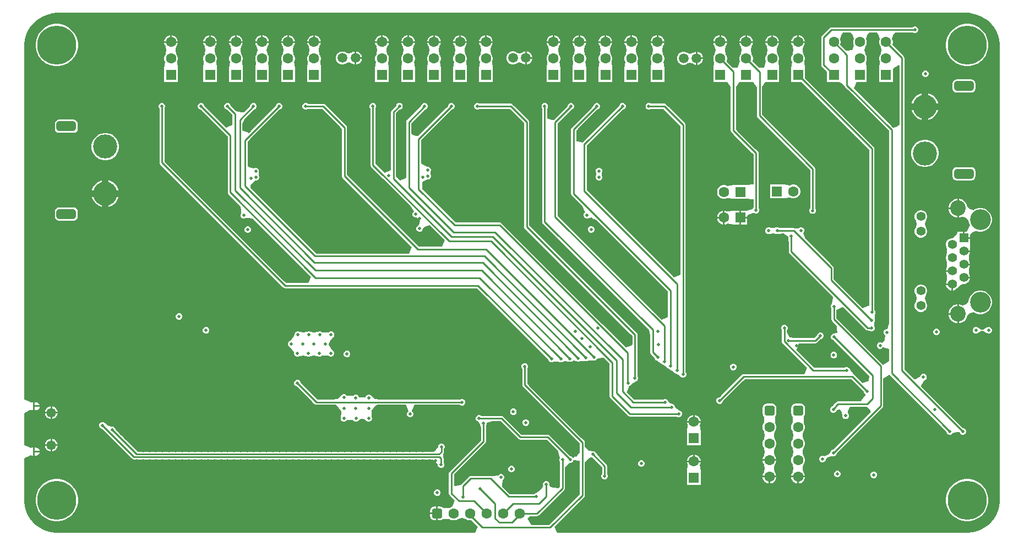
<source format=gbr>
G04*
G04 #@! TF.GenerationSoftware,Altium Limited,Altium Designer,25.1.2 (22)*
G04*
G04 Layer_Physical_Order=4*
G04 Layer_Color=13888217*
%FSLAX44Y44*%
%MOMM*%
G71*
G04*
G04 #@! TF.SameCoordinates,74C72B32-88F7-4DF0-8C8F-3553CF0260E0*
G04*
G04*
G04 #@! TF.FilePolarity,Positive*
G04*
G01*
G75*
%ADD10C,0.2540*%
%ADD94C,1.6000*%
%ADD108R,1.6000X1.6000*%
%ADD109R,1.6000X1.6000*%
%ADD110C,1.5000*%
G04:AMPARAMS|DCode=111|XSize=1.6mm|YSize=1.6mm|CornerRadius=0.4mm|HoleSize=0mm|Usage=FLASHONLY|Rotation=270.000|XOffset=0mm|YOffset=0mm|HoleType=Round|Shape=RoundedRectangle|*
%AMROUNDEDRECTD111*
21,1,1.6000,0.8000,0,0,270.0*
21,1,0.8000,1.6000,0,0,270.0*
1,1,0.8000,-0.4000,-0.4000*
1,1,0.8000,-0.4000,0.4000*
1,1,0.8000,0.4000,0.4000*
1,1,0.8000,0.4000,-0.4000*
%
%ADD111ROUNDEDRECTD111*%
G04:AMPARAMS|DCode=112|XSize=1.5mm|YSize=3mm|CornerRadius=0.375mm|HoleSize=0mm|Usage=FLASHONLY|Rotation=270.000|XOffset=0mm|YOffset=0mm|HoleType=Round|Shape=RoundedRectangle|*
%AMROUNDEDRECTD112*
21,1,1.5000,2.2500,0,0,270.0*
21,1,0.7500,3.0000,0,0,270.0*
1,1,0.7500,-1.1250,-0.3750*
1,1,0.7500,-1.1250,0.3750*
1,1,0.7500,1.1250,0.3750*
1,1,0.7500,1.1250,-0.3750*
%
%ADD112ROUNDEDRECTD112*%
%ADD113C,3.7000*%
%ADD114C,6.0000*%
%ADD115C,1.4080*%
%ADD116R,1.4080X1.4080*%
%ADD117C,2.4000*%
%ADD118C,3.2000*%
%ADD119C,1.4500*%
G04:AMPARAMS|DCode=120|XSize=1.6mm|YSize=1.6mm|CornerRadius=0.4mm|HoleSize=0mm|Usage=FLASHONLY|Rotation=0.000|XOffset=0mm|YOffset=0mm|HoleType=Round|Shape=RoundedRectangle|*
%AMROUNDEDRECTD120*
21,1,1.6000,0.8000,0,0,0.0*
21,1,0.8000,1.6000,0,0,0.0*
1,1,0.8000,0.4000,-0.4000*
1,1,0.8000,-0.4000,-0.4000*
1,1,0.8000,-0.4000,0.4000*
1,1,0.8000,0.4000,0.4000*
%
%ADD120ROUNDEDRECTD120*%
%ADD121C,0.5000*%
G36*
X1558969Y899130D02*
X1565427Y897399D01*
X1571604Y894841D01*
X1577394Y891498D01*
X1582698Y887428D01*
X1587426Y882700D01*
X1591496Y877396D01*
X1594838Y871606D01*
X1597397Y865429D01*
X1599127Y858971D01*
X1600000Y852343D01*
Y849000D01*
X1600000D01*
X1600000Y594000D01*
X1600000Y201250D01*
X1600000Y150500D01*
X1599967Y147178D01*
X1599041Y140599D01*
X1597269Y134196D01*
X1594682Y128077D01*
X1591322Y122345D01*
X1587247Y117097D01*
X1582527Y112422D01*
X1577239Y108399D01*
X1571474Y105096D01*
X1565330Y102568D01*
X1558910Y100859D01*
X1558657Y100826D01*
X1549000Y99998D01*
X919633Y99998D01*
X915491Y109998D01*
X959001Y153507D01*
X960747Y155253D01*
X961589Y156513D01*
X961885Y158000D01*
Y160469D01*
Y208648D01*
X968701Y215824D01*
X971395Y216727D01*
X973248Y215960D01*
X973796D01*
X986405Y203351D01*
X988365Y201391D01*
X988365Y190743D01*
X987977Y190355D01*
X987210Y188503D01*
Y186497D01*
X987977Y184645D01*
X989395Y183227D01*
X991247Y182460D01*
X993252D01*
X995105Y183227D01*
X996523Y184645D01*
X996523Y184645D01*
X997290Y186497D01*
X997290Y186497D01*
Y188503D01*
X996523Y190355D01*
X996135Y190743D01*
Y203000D01*
X995839Y204487D01*
X994997Y205747D01*
X984187Y216557D01*
X978584Y223708D01*
X978523Y223855D01*
X978271Y224106D01*
X978271Y224106D01*
X977105Y225273D01*
X977105D01*
X975253Y226040D01*
X968701Y226175D01*
X961885Y233352D01*
X961885Y239500D01*
X961589Y240987D01*
X960747Y242247D01*
X956904Y246090D01*
X876506Y326488D01*
X873615Y329379D01*
X873615Y352936D01*
X874003Y353324D01*
X874770Y355177D01*
Y357182D01*
X874003Y359034D01*
X872585Y360452D01*
X870732Y361219D01*
X868727D01*
X866875Y360452D01*
X865457Y359034D01*
X865457Y359034D01*
X864690Y357182D01*
X864690Y357182D01*
Y355177D01*
X865457Y353324D01*
X865845Y352936D01*
X865845Y330973D01*
X865845Y327770D01*
X866141Y326283D01*
X866983Y325023D01*
X870826Y321180D01*
X951224Y240782D01*
X954115Y237891D01*
X954115Y229623D01*
Y224306D01*
X953781Y223186D01*
X944115Y215761D01*
X943523Y215855D01*
X943523Y215855D01*
X942105Y217273D01*
X940253Y218040D01*
X940253Y218040D01*
X939704Y218040D01*
X933898Y223846D01*
X907497Y250247D01*
X906237Y251089D01*
X904750Y251385D01*
X864109D01*
X836497Y278997D01*
X835237Y279839D01*
X833750Y280135D01*
X808123D01*
X803016Y280135D01*
X802493Y280135D01*
X802105Y280523D01*
X800253Y281290D01*
X798247D01*
X796395Y280523D01*
X794977Y279105D01*
X794210Y277253D01*
X794210Y275247D01*
X794210Y275247D01*
X794977Y273395D01*
Y273395D01*
X796395Y271977D01*
X796395Y271977D01*
X798247Y271210D01*
X800960Y267498D01*
X801040Y267304D01*
X802115Y261971D01*
Y242609D01*
X754003Y194497D01*
X753161Y193237D01*
X752865Y191750D01*
Y160750D01*
X753161Y159263D01*
X754003Y158003D01*
X761522Y150484D01*
X759550Y143745D01*
X757596Y140268D01*
X755932Y139822D01*
X754211Y138828D01*
X752111Y138466D01*
X745152Y138622D01*
X741898Y139713D01*
X740307Y140372D01*
X738600Y140596D01*
X735870D01*
Y130000D01*
Y119404D01*
X738600D01*
X740307Y119628D01*
X741898Y120287D01*
X745152Y121378D01*
X752111Y121534D01*
X754211Y121172D01*
X755932Y120178D01*
X758612Y119460D01*
X761388D01*
X764068Y120178D01*
X766472Y121566D01*
X766792Y121887D01*
X772700Y122840D01*
X778608Y121887D01*
X778928Y121566D01*
X781332Y120178D01*
X784012Y119460D01*
X786788Y119460D01*
X786788Y119460D01*
X787386Y119620D01*
X797009Y109998D01*
X792867Y99998D01*
X151000Y99998D01*
X147657D01*
X141028Y100870D01*
X134571Y102601D01*
X128394Y105159D01*
X122604Y108502D01*
X117300Y112572D01*
X112572Y117300D01*
X108502Y122604D01*
X105159Y128394D01*
X102601Y134571D01*
X100870Y141028D01*
X99998Y147657D01*
Y151000D01*
X99998D01*
Y214443D01*
X100833Y215202D01*
X108056Y218992D01*
X109998Y219321D01*
X111400Y219042D01*
X111400Y219042D01*
X111400Y219042D01*
X113130D01*
Y225200D01*
Y231358D01*
X111400D01*
X111400Y231358D01*
X111400Y231358D01*
X109998Y231079D01*
X108056Y231408D01*
X100833Y235198D01*
X99998Y235957D01*
X99998Y284443D01*
X100833Y285202D01*
X108056Y288992D01*
X109998Y289321D01*
X111400Y289042D01*
X111400Y289042D01*
X111400Y289042D01*
X113130D01*
Y295200D01*
Y301358D01*
X111400D01*
X111400Y301358D01*
X111400Y301358D01*
X109998Y301079D01*
X108056Y301408D01*
X100833Y305198D01*
X99998Y305957D01*
X99997Y849000D01*
X100000D01*
Y852343D01*
X100873Y858971D01*
X102603Y865429D01*
X105162Y871606D01*
X108504Y877396D01*
X112575Y882700D01*
X117302Y887428D01*
X122606Y891498D01*
X128396Y894841D01*
X134573Y897399D01*
X141031Y899130D01*
X141347Y899171D01*
X151002Y900002D01*
X151005Y900000D01*
X161001Y900000D01*
X1548995D01*
X1548997Y900002D01*
X1552340D01*
X1558969Y899130D01*
D02*
G37*
G36*
X954115Y211576D02*
Y160616D01*
Y159609D01*
X953403Y158897D01*
X907603Y113097D01*
X906891Y112385D01*
X879354D01*
X873254Y121938D01*
X873265Y122385D01*
X877388Y126115D01*
X888250D01*
X889737Y126411D01*
X890997Y127253D01*
X930247Y166503D01*
X931089Y167763D01*
X931385Y169250D01*
Y200672D01*
X938248Y207960D01*
X940253D01*
X942105Y208727D01*
X943523Y210145D01*
X944290Y211998D01*
X954115Y211576D01*
D02*
G37*
G36*
X859753Y244753D02*
X861013Y243911D01*
X862500Y243615D01*
X903141D01*
X920657Y226100D01*
X921236Y224780D01*
X923227Y215605D01*
X923227Y215605D01*
X922460Y213753D01*
X922460Y213752D01*
X922460Y213752D01*
X922460Y211748D01*
X922460Y211747D01*
X923227Y209895D01*
X923227Y209895D01*
X923615Y209507D01*
Y170859D01*
X921331Y168575D01*
X909355Y170741D01*
X907540Y173498D01*
Y175503D01*
X906773Y177355D01*
X905355Y178773D01*
X903503Y179540D01*
X901497D01*
X899645Y178773D01*
X898227Y177355D01*
X898227Y177355D01*
X897460Y175503D01*
X897460Y175502D01*
X897460Y173498D01*
X897460Y173498D01*
X897775Y172738D01*
X895584Y167633D01*
X890613Y163420D01*
X886177Y161360D01*
X884325Y160593D01*
X884325Y160593D01*
X883617Y159885D01*
X847121D01*
X846109D01*
X834909Y171085D01*
X834727Y173009D01*
X835855Y181477D01*
X837273Y182895D01*
X838040Y184748D01*
X838040Y186752D01*
X837273Y188605D01*
X837273Y188605D01*
X835855Y190023D01*
X834003Y190790D01*
X834003Y190790D01*
X831998Y190790D01*
X831998Y190790D01*
X830145Y190023D01*
X830145Y190023D01*
X828727Y188605D01*
X820044Y187297D01*
X818237Y187421D01*
X817987Y187589D01*
X816500Y187885D01*
X814031D01*
X788969D01*
X786500D01*
X785013Y187589D01*
X783753Y186747D01*
X772003Y174997D01*
X771161Y173737D01*
X762892Y172537D01*
X761012Y172605D01*
X760635Y172857D01*
Y190141D01*
X808747Y238253D01*
X809589Y239513D01*
X809885Y241000D01*
Y265257D01*
X810273Y265645D01*
X811040Y267498D01*
Y269503D01*
X820279Y272365D01*
X832141D01*
X859753Y244753D01*
D02*
G37*
%LPC*%
G36*
X1468497Y879040D02*
X1466645Y878273D01*
X1466257Y877885D01*
X1463786Y877885D01*
X1439978D01*
X1433697Y877885D01*
X1416303Y877885D01*
X1406616D01*
X1396457Y877885D01*
X1393697D01*
X1376303Y877885D01*
X1366616D01*
X1356457Y877885D01*
X1353697D01*
X1341000D01*
X1339513Y877589D01*
X1338253Y876747D01*
X1334054Y872548D01*
X1326503Y864997D01*
X1325661Y863737D01*
X1325365Y862250D01*
Y849067D01*
Y835833D01*
Y830063D01*
Y820100D01*
X1325661Y818613D01*
X1326503Y817353D01*
X1334460Y809396D01*
X1334460Y807166D01*
Y793810D01*
X1352652Y793810D01*
X1357574Y791013D01*
X1360166Y788649D01*
X1362076Y786518D01*
X1362253Y786253D01*
X1366382Y782124D01*
X1372099Y776407D01*
X1427898Y720609D01*
X1430115Y718391D01*
X1430115Y717385D01*
X1430115Y717385D01*
X1430115Y716157D01*
Y423029D01*
X1427502Y413790D01*
X1425497D01*
X1423645Y413023D01*
X1422227Y411605D01*
X1421460Y409753D01*
X1421460Y409752D01*
X1421460Y407747D01*
X1422227Y405895D01*
Y405895D01*
X1423645Y404477D01*
X1423645Y404477D01*
X1422995Y396849D01*
X1418855Y392523D01*
X1417003Y393290D01*
X1414997Y393290D01*
X1413145Y392523D01*
X1411727Y391105D01*
X1410960Y389253D01*
Y387248D01*
X1411727Y385395D01*
X1413145Y383977D01*
X1414997Y383210D01*
X1414997Y383210D01*
X1417003D01*
X1418855Y383977D01*
X1420115Y385238D01*
X1420656Y385226D01*
X1429778Y383107D01*
X1430115Y373247D01*
Y364622D01*
X1420842Y358605D01*
X1420115Y358695D01*
X1419747Y359247D01*
X1415909Y363085D01*
X1409298Y369696D01*
X1370489Y408505D01*
X1363716Y415278D01*
X1359028Y419966D01*
X1359028D01*
X1350220Y428774D01*
X1348885Y430109D01*
X1348885Y442835D01*
X1351115Y443933D01*
X1357499Y447076D01*
X1359811Y446945D01*
X1392577Y414179D01*
X1394032Y412724D01*
X1395293Y411882D01*
X1396779Y411586D01*
X1399280Y411343D01*
X1399895Y410727D01*
X1401747Y409960D01*
X1403753Y409960D01*
Y409960D01*
X1405605Y410727D01*
X1405605Y410727D01*
X1407023Y412145D01*
X1407023Y412145D01*
X1407790Y413997D01*
X1407790Y413997D01*
X1407790Y416002D01*
X1407790Y416003D01*
X1407023Y417855D01*
Y423895D01*
X1407790Y425747D01*
Y427752D01*
X1407904Y434706D01*
X1408290Y438498D01*
Y440503D01*
X1407523Y442355D01*
X1407135Y442743D01*
X1407135Y454263D01*
Y685691D01*
X1407135Y691100D01*
X1406839Y692587D01*
X1405997Y693847D01*
X1402158Y697686D01*
X1303051Y796793D01*
X1300540Y799304D01*
X1300540Y801534D01*
X1300540Y812118D01*
X1300540Y814890D01*
X1299365Y824890D01*
X1299822Y825682D01*
X1300540Y828362D01*
Y831138D01*
X1299822Y833818D01*
X1298434Y836222D01*
X1298114Y836542D01*
X1297160Y842450D01*
X1298114Y848358D01*
X1298434Y848678D01*
X1299822Y851082D01*
X1300540Y853762D01*
Y853880D01*
X1290000D01*
X1279460D01*
Y853762D01*
X1280178Y851082D01*
X1281566Y848678D01*
X1281886Y848358D01*
X1282840Y842450D01*
X1281886Y836542D01*
X1281566Y836222D01*
X1280178Y833818D01*
X1279460Y831138D01*
Y828362D01*
X1280178Y825682D01*
X1280635Y824890D01*
X1279460Y814890D01*
X1279460Y812118D01*
Y793810D01*
X1292816D01*
X1295046Y793810D01*
X1297550Y791306D01*
X1396573Y692284D01*
X1399365Y689491D01*
X1399365Y685509D01*
Y458606D01*
Y449820D01*
X1399050Y449640D01*
X1397135Y448847D01*
X1389365Y445628D01*
X1345326Y489668D01*
X1344823Y490171D01*
X1344611Y490383D01*
Y494584D01*
X1344611Y507523D01*
X1344315Y509010D01*
X1343473Y510270D01*
X1339645Y514099D01*
X1305056Y548688D01*
X1301469Y552275D01*
X1299349Y556888D01*
X1297355Y561227D01*
X1298773Y562645D01*
X1299540Y564497D01*
X1299540Y566502D01*
X1298773Y568355D01*
X1297355Y569773D01*
X1295503Y570540D01*
X1295502Y570540D01*
X1293498Y570540D01*
X1293497Y570540D01*
X1291645Y569773D01*
X1291645Y569773D01*
X1290227Y568355D01*
X1284487Y568839D01*
X1284487Y568839D01*
X1283000Y569135D01*
X1283000Y569135D01*
X1273113Y569135D01*
X1261493D01*
X1261105Y569523D01*
X1261105Y569523D01*
X1259253Y570290D01*
X1258897D01*
Y570290D01*
X1258897Y570290D01*
X1258897D01*
X1258890Y570290D01*
X1257247D01*
X1257216Y570283D01*
X1257216D01*
X1257216D01*
X1251553Y569582D01*
X1251552Y569582D01*
X1248762Y569625D01*
X1245253Y570040D01*
X1243247Y570040D01*
X1241395Y569273D01*
X1239977Y567855D01*
X1239210Y566003D01*
Y563997D01*
X1239977Y562145D01*
Y562145D01*
X1241395Y560727D01*
X1241395Y560727D01*
X1243247Y559960D01*
X1243247Y559960D01*
X1245252Y559960D01*
X1245253Y559960D01*
X1247384Y560420D01*
X1250948Y560668D01*
X1250948D01*
X1257247Y560210D01*
X1257247Y560210D01*
X1259252D01*
X1259418Y560278D01*
X1267119Y560521D01*
X1269560Y559135D01*
Y559135D01*
X1274460Y556353D01*
X1274460Y555998D01*
X1274521Y555850D01*
X1275216Y550126D01*
X1275615Y546832D01*
Y536072D01*
X1275615Y532750D01*
X1275911Y531263D01*
X1276753Y530003D01*
X1280590Y526167D01*
X1319781Y486976D01*
X1325156Y481600D01*
X1343445Y463311D01*
X1343594Y460683D01*
X1342145Y452773D01*
X1340727Y451355D01*
X1340727Y451355D01*
X1340727Y451355D01*
X1339960Y449503D01*
X1339960Y449502D01*
X1339960Y449502D01*
Y447498D01*
X1339960Y447497D01*
X1340727Y445645D01*
X1341115Y445257D01*
X1341115Y428500D01*
X1341411Y427014D01*
X1342253Y425753D01*
X1349532Y418474D01*
X1349673Y415178D01*
Y415178D01*
X1349984Y407915D01*
X1348401Y407331D01*
X1344247Y406540D01*
X1342395Y405773D01*
X1340977Y404355D01*
X1340210Y402503D01*
X1340210Y402503D01*
X1340210Y400498D01*
X1340210Y400498D01*
X1340977Y398645D01*
X1340977Y398645D01*
X1342395Y397227D01*
X1342395Y397227D01*
X1344247Y396460D01*
X1344247Y396460D01*
X1344796D01*
X1345166Y396090D01*
X1351916Y389340D01*
X1397227Y344029D01*
X1399247Y342009D01*
X1399113Y340065D01*
X1398811Y335691D01*
X1398456Y333843D01*
X1388891Y330353D01*
X1380578Y338666D01*
X1373636Y345789D01*
X1373636Y345789D01*
X1370755Y349911D01*
X1368523Y353105D01*
X1368523Y353105D01*
X1368273Y353355D01*
X1367105Y354523D01*
X1367105Y354523D01*
X1367105Y354523D01*
X1365253Y355290D01*
X1365253Y355290D01*
X1365252Y355290D01*
X1363248D01*
X1363248Y355290D01*
X1361395Y354523D01*
X1361395Y354523D01*
X1361007Y354135D01*
X1346503D01*
X1314906D01*
X1309857Y359184D01*
X1288207Y380834D01*
X1287176Y381865D01*
X1288088Y384067D01*
X1291318Y391865D01*
X1311907D01*
X1316500Y391865D01*
X1317987Y392161D01*
X1319247Y393003D01*
X1324704Y398460D01*
X1325253D01*
X1327105Y399227D01*
X1328523Y400645D01*
X1329290Y402497D01*
X1329290Y404502D01*
X1328523Y406355D01*
X1327105Y407773D01*
X1325253Y408540D01*
X1323248Y408540D01*
X1323248Y408540D01*
X1321395Y407773D01*
X1321395D01*
X1319977Y406355D01*
X1319210Y404502D01*
Y403954D01*
X1314891Y399635D01*
X1312910Y399635D01*
X1291700D01*
X1285418Y399635D01*
X1276400Y400729D01*
X1276253Y400790D01*
X1274865Y404106D01*
X1274865D01*
X1272635Y409439D01*
Y412007D01*
X1273023Y412395D01*
X1273790Y414248D01*
Y416253D01*
X1273023Y418105D01*
X1271605Y419523D01*
X1269753Y420290D01*
X1267747D01*
X1265895Y419523D01*
X1264477Y418105D01*
X1264477Y418105D01*
X1263710Y416253D01*
X1263710Y416253D01*
Y414248D01*
X1264477Y412395D01*
X1264865Y412007D01*
X1264865Y402281D01*
X1264865D01*
Y394797D01*
X1264865Y394797D01*
X1264865Y394797D01*
X1265161Y393311D01*
X1266003Y392051D01*
X1266003Y392050D01*
X1268420Y389633D01*
X1268420Y389633D01*
X1270799Y387255D01*
X1277874Y380180D01*
X1280988Y377066D01*
X1302637Y355416D01*
X1303669Y354385D01*
X1302757Y352183D01*
X1299527Y344385D01*
X1293457D01*
X1211590D01*
X1206000Y344385D01*
X1204513Y344089D01*
X1203253Y343247D01*
X1199608Y339601D01*
X1171546Y311540D01*
X1168796Y308790D01*
X1168248D01*
X1166395Y308023D01*
X1164977Y306605D01*
X1164210Y304753D01*
X1164210Y302747D01*
X1164977Y300895D01*
X1166395Y299477D01*
X1168248Y298710D01*
X1170252Y298710D01*
X1170253Y298710D01*
X1172105Y299477D01*
X1172105D01*
X1173523Y300895D01*
X1174290Y302747D01*
Y303296D01*
X1176996Y306002D01*
X1205188Y334195D01*
X1207609Y336615D01*
X1211564Y336615D01*
X1296613D01*
X1304912Y336615D01*
X1368508D01*
Y336615D01*
X1371641Y336615D01*
X1384772Y323484D01*
X1390960Y317296D01*
Y316747D01*
X1391727Y314895D01*
X1393145Y313477D01*
X1393400Y312385D01*
X1393400Y312365D01*
X1387779Y304615D01*
X1386161Y302385D01*
X1365493D01*
X1359620D01*
Y302385D01*
X1351250Y302385D01*
X1349763Y302089D01*
X1348503Y301247D01*
X1347713Y300457D01*
Y300457D01*
X1345316Y298060D01*
X1344474Y296799D01*
X1344371Y296280D01*
X1342798Y294707D01*
X1341145Y294023D01*
X1339727Y292605D01*
X1338960Y290753D01*
Y288747D01*
X1339727Y286895D01*
X1341145Y285477D01*
X1342997Y284710D01*
X1345002Y284710D01*
X1345002Y284710D01*
X1346855Y285477D01*
X1346855D01*
X1348273Y286895D01*
X1348273Y286895D01*
X1349040Y288748D01*
X1354151Y290047D01*
X1357272Y285313D01*
X1357975Y281333D01*
X1357960Y281253D01*
X1357960Y281252D01*
X1357960Y279247D01*
X1358727Y277395D01*
X1360145Y275977D01*
X1361998Y275210D01*
X1364003D01*
X1365855Y275977D01*
X1367273Y277395D01*
X1367273Y277395D01*
X1368040Y279247D01*
Y281252D01*
X1367273Y283105D01*
X1367145Y283251D01*
X1365953Y284660D01*
X1366338Y287491D01*
X1369436Y294615D01*
X1386237D01*
X1395979Y294615D01*
X1396932Y293659D01*
Y293659D01*
X1397086Y293501D01*
X1399457Y291068D01*
X1400800Y288449D01*
X1401413Y287253D01*
X1401848Y286342D01*
X1397757Y282250D01*
X1346317Y230811D01*
X1343546Y228040D01*
X1342997Y228040D01*
X1342997Y228040D01*
X1341145Y227273D01*
X1339727Y225855D01*
X1339067Y224261D01*
X1338574Y223297D01*
X1338157Y222558D01*
X1337799Y221975D01*
X1336223Y220867D01*
X1330215Y218385D01*
X1328253Y218790D01*
X1326248D01*
X1324395Y218023D01*
X1322977Y216605D01*
X1322210Y214753D01*
Y212747D01*
X1322977Y210895D01*
X1324395Y209477D01*
X1326248Y208710D01*
X1328253D01*
X1330105Y209477D01*
X1331523Y210895D01*
X1332183Y212489D01*
X1332676Y213453D01*
X1333093Y214192D01*
X1333451Y214775D01*
X1335027Y215883D01*
X1341035Y218365D01*
X1342997Y217960D01*
X1345002Y217960D01*
X1345002Y217960D01*
X1346855Y218727D01*
X1346855Y218727D01*
X1346855Y218727D01*
X1348021Y219894D01*
X1348021D01*
X1348273Y220145D01*
X1349040Y221998D01*
Y222546D01*
X1351736Y225242D01*
X1405179Y278685D01*
X1410304Y283811D01*
X1419747Y293253D01*
X1420589Y294513D01*
X1420885Y296000D01*
Y298469D01*
Y337378D01*
X1430158Y343395D01*
X1430885Y343305D01*
X1431253Y342753D01*
X1432971Y341036D01*
X1517324Y256682D01*
X1518210Y255796D01*
Y255247D01*
X1518977Y253395D01*
X1518977Y253395D01*
X1520395Y251977D01*
X1520395D01*
X1522247Y251210D01*
X1524252D01*
X1524252Y251210D01*
X1526105Y251977D01*
X1526105D01*
X1527523Y253395D01*
X1534067Y255247D01*
X1537960Y255247D01*
X1538727Y253395D01*
X1540145Y251977D01*
X1541998Y251210D01*
X1544003D01*
X1545855Y251977D01*
X1547273Y253395D01*
X1548040Y255247D01*
X1548040Y257252D01*
X1548040Y257253D01*
X1547273Y259105D01*
Y259105D01*
X1545855Y260523D01*
X1545855Y260523D01*
X1544003Y261290D01*
X1543454Y261290D01*
X1540258Y264486D01*
X1479272Y325471D01*
X1479915Y327871D01*
X1483752Y334710D01*
X1485605Y335477D01*
X1487023Y336895D01*
X1487790Y338747D01*
Y340752D01*
X1487023Y342605D01*
X1485605Y344023D01*
X1483752Y344790D01*
X1481748Y344790D01*
X1481747Y344790D01*
X1479895Y344023D01*
X1479895D01*
X1478477Y342605D01*
X1478477Y342605D01*
X1477710Y340753D01*
X1474742Y339087D01*
X1470871Y336915D01*
X1468471Y336273D01*
X1453385Y351359D01*
Y352368D01*
X1453385Y722088D01*
Y730481D01*
Y816936D01*
X1453385Y824639D01*
X1453385Y830650D01*
X1453089Y832137D01*
X1452247Y833397D01*
X1447226Y838418D01*
X1434782Y850861D01*
X1434822Y851082D01*
X1435540Y853762D01*
Y856538D01*
X1434822Y859218D01*
X1434304Y860115D01*
X1436079Y865599D01*
X1437599Y867885D01*
X1439083Y870115D01*
X1441342D01*
X1464050D01*
X1466257D01*
X1466645Y869727D01*
X1468497Y868960D01*
X1470503D01*
X1472355Y869727D01*
X1473773Y871145D01*
X1474540Y872998D01*
Y875003D01*
X1473773Y876855D01*
X1472355Y878273D01*
X1472355Y878273D01*
X1470503Y879040D01*
X1470502Y879040D01*
X1468497D01*
D02*
G37*
G36*
X1074888Y865690D02*
X1074770D01*
Y856420D01*
X1084040D01*
Y856538D01*
X1083322Y859218D01*
X1081934Y861622D01*
X1079972Y863584D01*
X1077568Y864972D01*
X1074888Y865690D01*
D02*
G37*
G36*
X1072230D02*
X1072112D01*
X1069432Y864972D01*
X1067028Y863584D01*
X1065066Y861622D01*
X1063678Y859218D01*
X1062960Y856538D01*
Y856420D01*
X1072230D01*
Y865690D01*
D02*
G37*
G36*
X1211388D02*
X1211270D01*
Y856420D01*
X1220540D01*
Y856538D01*
X1219822Y859218D01*
X1218434Y861622D01*
X1216472Y863584D01*
X1214068Y864972D01*
X1211388Y865690D01*
D02*
G37*
G36*
X954888D02*
X954770D01*
Y856420D01*
X964040D01*
Y856538D01*
X963322Y859218D01*
X961934Y861622D01*
X959972Y863584D01*
X957568Y864972D01*
X954888Y865690D01*
D02*
G37*
G36*
X914888D02*
X914770D01*
Y856420D01*
X924040D01*
Y856538D01*
X923322Y859218D01*
X921934Y861622D01*
X919972Y863584D01*
X917568Y864972D01*
X914888Y865690D01*
D02*
G37*
G36*
X811388D02*
X811270D01*
Y856420D01*
X820540D01*
Y856538D01*
X819822Y859218D01*
X818434Y861622D01*
X816472Y863584D01*
X814068Y864972D01*
X811388Y865690D01*
D02*
G37*
G36*
X1208730D02*
X1208612D01*
X1205932Y864972D01*
X1203528Y863584D01*
X1201566Y861622D01*
X1200178Y859218D01*
X1199460Y856538D01*
Y856420D01*
X1208730D01*
Y865690D01*
D02*
G37*
G36*
X952230D02*
X952112D01*
X949432Y864972D01*
X947028Y863584D01*
X945066Y861622D01*
X943678Y859218D01*
X942960Y856538D01*
Y856420D01*
X952230D01*
Y865690D01*
D02*
G37*
G36*
X912230D02*
X912112D01*
X909432Y864972D01*
X907028Y863584D01*
X905066Y861622D01*
X903678Y859218D01*
X902960Y856538D01*
Y856420D01*
X912230D01*
Y865690D01*
D02*
G37*
G36*
X808730D02*
X808612D01*
X805932Y864972D01*
X803528Y863584D01*
X801566Y861622D01*
X800178Y859218D01*
X799460Y856538D01*
Y856420D01*
X808730D01*
Y865690D01*
D02*
G37*
G36*
X1291388D02*
X1291270D01*
Y856420D01*
X1300540D01*
Y856538D01*
X1299822Y859218D01*
X1298434Y861622D01*
X1296472Y863584D01*
X1294068Y864972D01*
X1291388Y865690D01*
D02*
G37*
G36*
X1251388D02*
X1251270D01*
Y856420D01*
X1260540D01*
Y856538D01*
X1259822Y859218D01*
X1258434Y861622D01*
X1256472Y863584D01*
X1254068Y864972D01*
X1251388Y865690D01*
D02*
G37*
G36*
X994888D02*
X994770D01*
Y856420D01*
X1004040D01*
Y856538D01*
X1003322Y859218D01*
X1001934Y861622D01*
X999972Y863584D01*
X997568Y864972D01*
X994888Y865690D01*
D02*
G37*
G36*
X691388D02*
X691270D01*
Y856420D01*
X700540D01*
Y856538D01*
X699822Y859218D01*
X698434Y861622D01*
X696472Y863584D01*
X694068Y864972D01*
X691388Y865690D01*
D02*
G37*
G36*
X651388D02*
X651270D01*
Y856420D01*
X660540D01*
Y856538D01*
X659822Y859218D01*
X658434Y861622D01*
X656472Y863584D01*
X654068Y864972D01*
X651388Y865690D01*
D02*
G37*
G36*
X1288730D02*
X1288612D01*
X1285932Y864972D01*
X1283528Y863584D01*
X1281566Y861622D01*
X1280178Y859218D01*
X1279460Y856538D01*
Y856420D01*
X1288730D01*
Y865690D01*
D02*
G37*
G36*
X1248730D02*
X1248612D01*
X1245932Y864972D01*
X1243528Y863584D01*
X1241566Y861622D01*
X1240178Y859218D01*
X1239460Y856538D01*
Y856420D01*
X1248730D01*
Y865690D01*
D02*
G37*
G36*
X992230D02*
X992112D01*
X989432Y864972D01*
X987028Y863584D01*
X985066Y861622D01*
X983678Y859218D01*
X982960Y856538D01*
Y856420D01*
X992230D01*
Y865690D01*
D02*
G37*
G36*
X688730D02*
X688612D01*
X685932Y864972D01*
X683528Y863584D01*
X681566Y861622D01*
X680178Y859218D01*
X679460Y856538D01*
Y856420D01*
X688730D01*
Y865690D01*
D02*
G37*
G36*
X648730D02*
X648612D01*
X645932Y864972D01*
X643528Y863584D01*
X641566Y861622D01*
X640178Y859218D01*
X639460Y856538D01*
Y856420D01*
X648730D01*
Y865690D01*
D02*
G37*
G36*
X1034888D02*
X1034770D01*
Y856420D01*
X1044040D01*
Y856538D01*
X1043322Y859218D01*
X1041934Y861622D01*
X1039972Y863584D01*
X1037568Y864972D01*
X1034888Y865690D01*
D02*
G37*
G36*
X731388D02*
X731270D01*
Y856420D01*
X740540D01*
Y856538D01*
X739822Y859218D01*
X738434Y861622D01*
X736472Y863584D01*
X734068Y864972D01*
X731388Y865690D01*
D02*
G37*
G36*
X1032230D02*
X1032112D01*
X1029432Y864972D01*
X1027028Y863584D01*
X1025066Y861622D01*
X1023678Y859218D01*
X1022960Y856538D01*
Y856420D01*
X1032230D01*
Y865690D01*
D02*
G37*
G36*
X728730D02*
X728612D01*
X725932Y864972D01*
X723528Y863584D01*
X721566Y861622D01*
X720178Y859218D01*
X719460Y856538D01*
Y856420D01*
X728730D01*
Y865690D01*
D02*
G37*
G36*
X1171388D02*
X1171270D01*
Y856420D01*
X1180540D01*
Y856538D01*
X1179822Y859218D01*
X1178434Y861622D01*
X1176472Y863584D01*
X1174068Y864972D01*
X1171388Y865690D01*
D02*
G37*
G36*
X771388D02*
X771270D01*
Y856420D01*
X780540D01*
Y856538D01*
X779822Y859218D01*
X778434Y861622D01*
X776472Y863584D01*
X774068Y864972D01*
X771388Y865690D01*
D02*
G37*
G36*
X1168730D02*
X1168612D01*
X1165932Y864972D01*
X1163528Y863584D01*
X1161566Y861622D01*
X1160178Y859218D01*
X1159460Y856538D01*
Y856420D01*
X1168730D01*
Y865690D01*
D02*
G37*
G36*
X768730D02*
X768612D01*
X765932Y864972D01*
X763528Y863584D01*
X761566Y861622D01*
X760178Y859218D01*
X759460Y856538D01*
Y856420D01*
X768730D01*
Y865690D01*
D02*
G37*
G36*
X506888Y865690D02*
X506770D01*
Y856420D01*
X516040D01*
Y856538D01*
X515322Y859218D01*
X513934Y861622D01*
X511972Y863584D01*
X509568Y864972D01*
X506888Y865690D01*
D02*
G37*
G36*
X504230D02*
X504112D01*
X501432Y864972D01*
X499028Y863584D01*
X497066Y861622D01*
X495678Y859218D01*
X494960Y856538D01*
Y856420D01*
X504230D01*
Y865690D01*
D02*
G37*
G36*
X546888D02*
X546770D01*
Y856420D01*
X556040D01*
Y856538D01*
X555322Y859218D01*
X553934Y861622D01*
X551972Y863584D01*
X549568Y864972D01*
X546888Y865690D01*
D02*
G37*
G36*
X466888D02*
X466770D01*
Y856420D01*
X476040D01*
Y856538D01*
X475322Y859218D01*
X473934Y861622D01*
X471972Y863584D01*
X469568Y864972D01*
X466888Y865690D01*
D02*
G37*
G36*
X544230D02*
X544112D01*
X541432Y864972D01*
X539028Y863584D01*
X537066Y861622D01*
X535678Y859218D01*
X534960Y856538D01*
Y856420D01*
X544230D01*
Y865690D01*
D02*
G37*
G36*
X464230D02*
X464112D01*
X461432Y864972D01*
X459028Y863584D01*
X457066Y861622D01*
X455678Y859218D01*
X454960Y856538D01*
Y856420D01*
X464230D01*
Y865690D01*
D02*
G37*
G36*
X426888D02*
X426770D01*
Y856420D01*
X436040D01*
Y856538D01*
X435322Y859218D01*
X433934Y861622D01*
X431972Y863584D01*
X429568Y864972D01*
X426888Y865690D01*
D02*
G37*
G36*
X386888D02*
X386770D01*
Y856420D01*
X396040D01*
Y856538D01*
X395322Y859218D01*
X393934Y861622D01*
X391972Y863584D01*
X389568Y864972D01*
X386888Y865690D01*
D02*
G37*
G36*
X326888D02*
X326770D01*
Y856420D01*
X336040D01*
Y856538D01*
X335322Y859218D01*
X333934Y861622D01*
X331972Y863584D01*
X329568Y864972D01*
X326888Y865690D01*
D02*
G37*
G36*
X424230D02*
X424112D01*
X421432Y864972D01*
X419028Y863584D01*
X417066Y861622D01*
X415678Y859218D01*
X414960Y856538D01*
Y856420D01*
X424230D01*
Y865690D01*
D02*
G37*
G36*
X384230D02*
X384112D01*
X381432Y864972D01*
X379028Y863584D01*
X377066Y861622D01*
X375678Y859218D01*
X374960Y856538D01*
Y856420D01*
X384230D01*
Y865690D01*
D02*
G37*
G36*
X324230D02*
X324112D01*
X321432Y864972D01*
X319028Y863584D01*
X317066Y861622D01*
X315678Y859218D01*
X314960Y856538D01*
Y856420D01*
X324230D01*
Y865690D01*
D02*
G37*
G36*
X870010Y840940D02*
X869958D01*
X867405Y840256D01*
X865115Y838934D01*
X861280Y837698D01*
X857445Y838934D01*
X855155Y840256D01*
X852602Y840940D01*
X849958D01*
X847405Y840256D01*
X845115Y838934D01*
X843246Y837065D01*
X841924Y834775D01*
X841240Y832222D01*
Y829578D01*
X841924Y827025D01*
X843246Y824735D01*
X845115Y822866D01*
X847405Y821544D01*
X849958Y820860D01*
X852602D01*
X855155Y821544D01*
X857445Y822866D01*
X861280Y824102D01*
X865115Y822866D01*
X867405Y821544D01*
X869958Y820860D01*
X870010D01*
Y830900D01*
Y840940D01*
D02*
G37*
G36*
X607760Y840690D02*
X607708D01*
X605155Y840006D01*
X602865Y838684D01*
X599030Y837448D01*
X595195Y838684D01*
X592905Y840006D01*
X590352Y840690D01*
X587708D01*
X585155Y840006D01*
X582865Y838684D01*
X580996Y836815D01*
X579674Y834525D01*
X578990Y831972D01*
Y829328D01*
X579674Y826775D01*
X580996Y824485D01*
X582865Y822616D01*
X585155Y821294D01*
X587708Y820610D01*
X590352D01*
X592905Y821294D01*
X595195Y822616D01*
X599030Y823852D01*
X602865Y822616D01*
X605155Y821294D01*
X607708Y820610D01*
X607760D01*
Y830650D01*
Y840690D01*
D02*
G37*
G36*
X1132510Y840190D02*
X1132458D01*
X1129905Y839506D01*
X1127615Y838184D01*
X1123780Y836948D01*
X1119945Y838184D01*
X1117655Y839506D01*
X1115102Y840190D01*
X1112458D01*
X1109905Y839506D01*
X1107615Y838184D01*
X1105746Y836315D01*
X1104424Y834025D01*
X1103740Y831472D01*
Y828828D01*
X1104424Y826275D01*
X1105746Y823985D01*
X1107615Y822116D01*
X1109905Y820794D01*
X1112458Y820110D01*
X1115102D01*
X1117655Y820794D01*
X1119945Y822116D01*
X1123780Y823352D01*
X1127615Y822116D01*
X1129905Y820794D01*
X1132458Y820110D01*
X1132510D01*
Y830150D01*
Y840190D01*
D02*
G37*
G36*
X872602Y840940D02*
X872550D01*
Y832170D01*
X881320D01*
Y832222D01*
X880636Y834775D01*
X879314Y837065D01*
X877445Y838934D01*
X875155Y840256D01*
X872602Y840940D01*
D02*
G37*
G36*
X610352Y840690D02*
X610300D01*
Y831920D01*
X619070D01*
Y831972D01*
X618386Y834525D01*
X617064Y836815D01*
X615195Y838684D01*
X612905Y840006D01*
X610352Y840690D01*
D02*
G37*
G36*
X1135102Y840190D02*
X1135050D01*
Y831420D01*
X1143820D01*
Y831472D01*
X1143136Y834025D01*
X1141814Y836315D01*
X1139945Y838184D01*
X1137655Y839506D01*
X1135102Y840190D01*
D02*
G37*
G36*
X881320Y829630D02*
X872550D01*
Y820860D01*
X872602D01*
X875155Y821544D01*
X877445Y822866D01*
X879314Y824735D01*
X880636Y827025D01*
X881320Y829578D01*
Y829630D01*
D02*
G37*
G36*
X619070Y829380D02*
X610300D01*
Y820610D01*
X610352D01*
X612905Y821294D01*
X615195Y822616D01*
X617064Y824485D01*
X618386Y826775D01*
X619070Y829328D01*
Y829380D01*
D02*
G37*
G36*
X1143820Y828880D02*
X1135050D01*
Y820110D01*
X1135102D01*
X1137655Y820794D01*
X1139945Y822116D01*
X1141814Y823985D01*
X1143136Y826275D01*
X1143820Y828828D01*
Y828880D01*
D02*
G37*
G36*
X1552361Y883140D02*
X1547239D01*
X1542180Y882339D01*
X1537309Y880756D01*
X1532745Y878431D01*
X1528602Y875420D01*
X1524980Y871798D01*
X1521969Y867655D01*
X1519644Y863091D01*
X1518061Y858220D01*
X1517260Y853161D01*
Y848039D01*
X1518061Y842980D01*
X1519644Y838109D01*
X1521969Y833545D01*
X1524980Y829402D01*
X1528602Y825780D01*
X1532745Y822769D01*
X1537309Y820444D01*
X1542180Y818861D01*
X1547239Y818060D01*
X1552361D01*
X1557420Y818861D01*
X1562291Y820444D01*
X1566855Y822769D01*
X1570998Y825780D01*
X1574620Y829402D01*
X1577631Y833545D01*
X1579956Y838109D01*
X1581539Y842980D01*
X1582340Y848039D01*
Y853161D01*
X1581539Y858220D01*
X1579956Y863091D01*
X1577631Y867655D01*
X1574620Y871798D01*
X1570998Y875420D01*
X1566855Y878431D01*
X1562291Y880756D01*
X1557420Y882339D01*
X1552361Y883140D01*
D02*
G37*
G36*
X152361D02*
X147239D01*
X142180Y882339D01*
X137309Y880756D01*
X132745Y878431D01*
X128602Y875420D01*
X124980Y871798D01*
X121969Y867655D01*
X119644Y863091D01*
X118061Y858220D01*
X117260Y853161D01*
Y848039D01*
X118061Y842980D01*
X119644Y838109D01*
X121969Y833545D01*
X124980Y829402D01*
X128602Y825780D01*
X132745Y822769D01*
X137309Y820444D01*
X142180Y818861D01*
X147239Y818060D01*
X152361D01*
X157420Y818861D01*
X162291Y820444D01*
X166855Y822769D01*
X170998Y825780D01*
X174620Y829402D01*
X177631Y833545D01*
X179956Y838109D01*
X181539Y842980D01*
X182340Y848039D01*
Y853161D01*
X181539Y858220D01*
X179956Y863091D01*
X177631Y867655D01*
X174620Y871798D01*
X170998Y875420D01*
X166855Y878431D01*
X162291Y880756D01*
X157420Y882339D01*
X152361Y883140D01*
D02*
G37*
G36*
X1220540Y853880D02*
X1210000D01*
X1199460D01*
Y853762D01*
X1200178Y851082D01*
X1201566Y848678D01*
X1201887Y848358D01*
X1202840Y842450D01*
X1201887Y836542D01*
X1201566Y836222D01*
X1200178Y833818D01*
X1199460Y831138D01*
Y828362D01*
X1200178Y825682D01*
X1200292Y825486D01*
X1197296Y815807D01*
X1189663Y815581D01*
X1186325Y818919D01*
X1179782Y825461D01*
X1179822Y825682D01*
X1180540Y828362D01*
Y831138D01*
X1179822Y833818D01*
X1178434Y836222D01*
X1178113Y836542D01*
X1177160Y842450D01*
X1178113Y848358D01*
X1178434Y848678D01*
X1179822Y851082D01*
X1180540Y853762D01*
Y853880D01*
X1170000D01*
X1159460D01*
Y853762D01*
X1160178Y851082D01*
X1161566Y848678D01*
X1161887Y848358D01*
X1162840Y842450D01*
X1161887Y836542D01*
X1161566Y836222D01*
X1160178Y833818D01*
X1159460Y831138D01*
Y828362D01*
X1160178Y825682D01*
X1160635Y824890D01*
X1159460Y814890D01*
X1159460Y814890D01*
Y793810D01*
X1180540D01*
X1184972Y788038D01*
X1186365Y786223D01*
Y783776D01*
Y724470D01*
X1186365Y719137D01*
X1186661Y717650D01*
X1187503Y716390D01*
X1191036Y712857D01*
X1218975Y684918D01*
X1221365Y682528D01*
X1221365Y678805D01*
X1221365Y637667D01*
Y636165D01*
X1219420Y635957D01*
X1211790Y635140D01*
X1211365Y635140D01*
X1193482D01*
X1190710Y635140D01*
X1180710Y633965D01*
X1179918Y634422D01*
X1177238Y635140D01*
X1174462D01*
X1171782Y634422D01*
X1169378Y633034D01*
X1167416Y631072D01*
X1166028Y628668D01*
X1165310Y625988D01*
Y623212D01*
X1166028Y620532D01*
X1167416Y618128D01*
X1169378Y616166D01*
X1171782Y614778D01*
X1174462Y614060D01*
X1177238D01*
X1179918Y614778D01*
X1180710Y615235D01*
X1190710Y614060D01*
X1193482Y614060D01*
X1211365D01*
X1211790Y614060D01*
X1219135Y613274D01*
X1221365Y613035D01*
Y602549D01*
X1221349Y601866D01*
X1220119Y598454D01*
X1213505Y596219D01*
X1211007Y595648D01*
X1210256Y595640D01*
X1204862Y595640D01*
X1202520D01*
Y586370D01*
X1211790D01*
Y587075D01*
X1212185Y588980D01*
X1221266Y592953D01*
X1222395Y592477D01*
X1224248Y591710D01*
X1226253D01*
X1228105Y592477D01*
X1228105Y592477D01*
X1229523Y593895D01*
X1229523Y593895D01*
X1230290Y595747D01*
X1230290Y595747D01*
X1230290Y597752D01*
X1230290Y597752D01*
X1229523Y599605D01*
X1229135Y599993D01*
X1229135Y604149D01*
Y613969D01*
Y617011D01*
X1229135Y619321D01*
Y629879D01*
X1229135Y635268D01*
Y679568D01*
X1229135Y684137D01*
X1228839Y685623D01*
X1227997Y686883D01*
X1224463Y690418D01*
X1196523Y718358D01*
X1194135Y720746D01*
X1194135Y724654D01*
Y783814D01*
Y786016D01*
X1199460Y793810D01*
X1204135Y793810D01*
X1220540D01*
X1225252Y788006D01*
X1226615Y786327D01*
Y784755D01*
Y746489D01*
X1226615Y742012D01*
X1226911Y740525D01*
X1227753Y739265D01*
X1231546Y735472D01*
X1305593Y661425D01*
X1308365Y658653D01*
X1308365Y654732D01*
Y603087D01*
X1308365Y599243D01*
X1307977Y598855D01*
X1307210Y597002D01*
Y594997D01*
X1307977Y593145D01*
X1309395Y591727D01*
X1311248Y590960D01*
X1313253D01*
X1315105Y591727D01*
X1316523Y593145D01*
X1316523Y593145D01*
X1317290Y594997D01*
X1317290Y594997D01*
Y597002D01*
X1316523Y598855D01*
X1316135Y599243D01*
X1316135Y603111D01*
Y654896D01*
X1316135Y660262D01*
X1315839Y661748D01*
X1314997Y663008D01*
X1311204Y666801D01*
X1237158Y740848D01*
X1234385Y743621D01*
X1234385Y747298D01*
Y783980D01*
Y785912D01*
X1239460Y793810D01*
X1244385Y793810D01*
X1260540D01*
Y812118D01*
X1260540Y814890D01*
X1259365Y824890D01*
X1259822Y825682D01*
X1260540Y828362D01*
Y831138D01*
X1259822Y833818D01*
X1258434Y836222D01*
X1258113Y836542D01*
X1257160Y842450D01*
X1258113Y848358D01*
X1258434Y848678D01*
X1259822Y851082D01*
X1260540Y853762D01*
Y853880D01*
X1250000D01*
X1239460D01*
Y853762D01*
X1240178Y851082D01*
X1241566Y848678D01*
X1241887Y848358D01*
X1242840Y842450D01*
X1241887Y836542D01*
X1241566Y836222D01*
X1240178Y833818D01*
X1239460Y831138D01*
Y828362D01*
X1240178Y825682D01*
X1240292Y825486D01*
X1237296Y815807D01*
X1229663Y815581D01*
X1226359Y818885D01*
X1219782Y825461D01*
X1219822Y825682D01*
X1220540Y828362D01*
Y831138D01*
X1219822Y833818D01*
X1218434Y836222D01*
X1218113Y836542D01*
X1217160Y842450D01*
X1218113Y848358D01*
X1218434Y848678D01*
X1219822Y851082D01*
X1220540Y853762D01*
Y853880D01*
D02*
G37*
G36*
X1484747Y811290D02*
X1482895Y810523D01*
X1481477Y809105D01*
X1480710Y807253D01*
Y805247D01*
X1481477Y803395D01*
X1482895Y801977D01*
X1484747Y801210D01*
X1486752D01*
X1488605Y801977D01*
X1490023Y803395D01*
X1490790Y805247D01*
Y807253D01*
X1490023Y809105D01*
X1488605Y810523D01*
X1486752Y811290D01*
X1484747D01*
D02*
G37*
G36*
X1084040Y853880D02*
X1073500D01*
X1062960D01*
Y853762D01*
X1063678Y851082D01*
X1065066Y848678D01*
X1065387Y848358D01*
X1066340Y842450D01*
X1065387Y836542D01*
X1065066Y836222D01*
X1063678Y833818D01*
X1062960Y831138D01*
Y828362D01*
X1063678Y825682D01*
X1064135Y824890D01*
X1062960Y814890D01*
X1062960Y812118D01*
Y793810D01*
X1084040D01*
Y812118D01*
X1084040Y814890D01*
X1082865Y824890D01*
X1083322Y825682D01*
X1084040Y828362D01*
Y831138D01*
X1083322Y833818D01*
X1081934Y836222D01*
X1081613Y836542D01*
X1080660Y842450D01*
X1081613Y848358D01*
X1081934Y848678D01*
X1083322Y851082D01*
X1084040Y853762D01*
Y853880D01*
D02*
G37*
G36*
X1044040Y853880D02*
X1033500D01*
X1022960D01*
Y853762D01*
X1023678Y851082D01*
X1025066Y848678D01*
X1025387Y848358D01*
X1026340Y842450D01*
X1025387Y836542D01*
X1025066Y836222D01*
X1023678Y833818D01*
X1022960Y831138D01*
Y828362D01*
X1023678Y825682D01*
X1024135Y824890D01*
X1022960Y814890D01*
X1022960Y812118D01*
Y793810D01*
X1044040D01*
Y812118D01*
X1044040Y814890D01*
X1042865Y824890D01*
X1043322Y825682D01*
X1044040Y828362D01*
Y831138D01*
X1043322Y833818D01*
X1041934Y836222D01*
X1041613Y836542D01*
X1040660Y842450D01*
X1041613Y848358D01*
X1041934Y848678D01*
X1043322Y851082D01*
X1044040Y853762D01*
Y853880D01*
D02*
G37*
G36*
X1004040Y853880D02*
X993500D01*
X982960D01*
Y853762D01*
X983678Y851082D01*
X985066Y848678D01*
X985387Y848358D01*
X986340Y842450D01*
X985387Y836542D01*
X985066Y836222D01*
X983678Y833818D01*
X982960Y831138D01*
Y828362D01*
X983678Y825682D01*
X984135Y824890D01*
X982960Y814890D01*
X982960Y812118D01*
Y793810D01*
X1004040D01*
Y812118D01*
X1004040Y814890D01*
X1002865Y824890D01*
X1003322Y825682D01*
X1004040Y828362D01*
Y831138D01*
X1003322Y833818D01*
X1001934Y836222D01*
X1001613Y836542D01*
X1000660Y842450D01*
X1001613Y848358D01*
X1001934Y848678D01*
X1003322Y851082D01*
X1004040Y853762D01*
Y853880D01*
D02*
G37*
G36*
X964040Y853880D02*
X953500D01*
X942960D01*
Y853762D01*
X943678Y851082D01*
X945066Y848678D01*
X945387Y848358D01*
X946340Y842450D01*
X945387Y836542D01*
X945066Y836222D01*
X943678Y833818D01*
X942960Y831138D01*
Y828362D01*
X943678Y825682D01*
X944135Y824890D01*
X942960Y814890D01*
X942960Y812118D01*
Y793810D01*
X964040D01*
Y812118D01*
X964040Y814890D01*
X962865Y824890D01*
X963322Y825682D01*
X964040Y828362D01*
Y831138D01*
X963322Y833818D01*
X961934Y836222D01*
X961613Y836542D01*
X960660Y842450D01*
X961613Y848358D01*
X961934Y848678D01*
X963322Y851082D01*
X964040Y853762D01*
Y853880D01*
D02*
G37*
G36*
X924040D02*
X913500D01*
X902960D01*
Y853762D01*
X903678Y851082D01*
X905066Y848678D01*
X905387Y848358D01*
X906340Y842450D01*
X905387Y836542D01*
X905066Y836222D01*
X903678Y833818D01*
X902960Y831138D01*
Y828362D01*
X903678Y825682D01*
X904135Y824890D01*
X902960Y814890D01*
X902960Y812118D01*
Y793810D01*
X924040D01*
Y812118D01*
X924040Y814890D01*
X922865Y824890D01*
X923322Y825682D01*
X924040Y828362D01*
Y831138D01*
X923322Y833818D01*
X921934Y836222D01*
X921613Y836542D01*
X920660Y842450D01*
X921613Y848358D01*
X921934Y848678D01*
X923322Y851082D01*
X924040Y853762D01*
Y853880D01*
D02*
G37*
G36*
X820540D02*
X810000D01*
X799460D01*
Y853762D01*
X800178Y851082D01*
X801566Y848678D01*
X801887Y848358D01*
X802840Y842450D01*
X801887Y836542D01*
X801566Y836222D01*
X800178Y833818D01*
X799460Y831138D01*
Y828362D01*
X800178Y825682D01*
X800635Y824890D01*
X799460Y814890D01*
X799460Y812118D01*
Y793810D01*
X820540D01*
Y812118D01*
X820540Y814890D01*
X819365Y824890D01*
X819822Y825682D01*
X820540Y828362D01*
Y831138D01*
X819822Y833818D01*
X818434Y836222D01*
X818113Y836542D01*
X817160Y842450D01*
X818113Y848358D01*
X818434Y848678D01*
X819822Y851082D01*
X820540Y853762D01*
Y853880D01*
D02*
G37*
G36*
X780540Y853880D02*
X770000D01*
X759460D01*
Y853762D01*
X760178Y851082D01*
X761566Y848678D01*
X761887Y848358D01*
X762840Y842450D01*
X761887Y836542D01*
X761566Y836222D01*
X760178Y833818D01*
X759460Y831138D01*
Y828362D01*
X760178Y825682D01*
X760635Y824890D01*
X759460Y814890D01*
X759460Y812118D01*
Y793810D01*
X780540D01*
Y812118D01*
X780540Y814890D01*
X779365Y824890D01*
X779822Y825682D01*
X780540Y828362D01*
Y831138D01*
X779822Y833818D01*
X778434Y836222D01*
X778113Y836542D01*
X777160Y842450D01*
X778113Y848358D01*
X778434Y848678D01*
X779822Y851082D01*
X780540Y853762D01*
Y853880D01*
D02*
G37*
G36*
X740540Y853880D02*
X730000D01*
X719460D01*
Y853762D01*
X720178Y851082D01*
X721566Y848678D01*
X721887Y848358D01*
X722840Y842450D01*
X721887Y836542D01*
X721566Y836222D01*
X720178Y833818D01*
X719460Y831138D01*
Y828362D01*
X720178Y825682D01*
X720635Y824890D01*
X719460Y814890D01*
X719460Y812118D01*
Y793810D01*
X740540D01*
Y812118D01*
X740540Y814890D01*
X739365Y824890D01*
X739822Y825682D01*
X740540Y828362D01*
Y831138D01*
X739822Y833818D01*
X738434Y836222D01*
X738113Y836542D01*
X737160Y842450D01*
X738113Y848358D01*
X738434Y848678D01*
X739822Y851082D01*
X740540Y853762D01*
Y853880D01*
D02*
G37*
G36*
X700540Y853880D02*
X690000D01*
X679460D01*
Y853762D01*
X680178Y851082D01*
X681566Y848678D01*
X681887Y848358D01*
X682840Y842450D01*
X681887Y836542D01*
X681566Y836222D01*
X680178Y833818D01*
X679460Y831138D01*
Y828362D01*
X680178Y825682D01*
X680635Y824890D01*
X679460Y814890D01*
X679460Y812118D01*
Y793810D01*
X700540D01*
Y812118D01*
X700540Y814890D01*
X699365Y824890D01*
X699822Y825682D01*
X700540Y828362D01*
Y831138D01*
X699822Y833818D01*
X698434Y836222D01*
X698113Y836542D01*
X697160Y842450D01*
X698113Y848358D01*
X698434Y848678D01*
X699822Y851082D01*
X700540Y853762D01*
Y853880D01*
D02*
G37*
G36*
X660540D02*
X650000D01*
X639460D01*
Y853762D01*
X640178Y851082D01*
X641566Y848678D01*
X641887Y848358D01*
X642840Y842450D01*
X641887Y836542D01*
X641566Y836222D01*
X640178Y833818D01*
X639460Y831138D01*
Y828362D01*
X640178Y825682D01*
X640635Y824890D01*
X639460Y814890D01*
X639460Y812118D01*
Y793810D01*
X660540D01*
Y812118D01*
X660540Y814890D01*
X659365Y824890D01*
X659822Y825682D01*
X660540Y828362D01*
Y831138D01*
X659822Y833818D01*
X658434Y836222D01*
X658113Y836542D01*
X657160Y842450D01*
X658113Y848358D01*
X658434Y848678D01*
X659822Y851082D01*
X660540Y853762D01*
Y853880D01*
D02*
G37*
G36*
X556040Y853880D02*
X545500D01*
X534960D01*
Y853762D01*
X535678Y851082D01*
X537066Y848678D01*
X537387Y848358D01*
X538340Y842450D01*
X537387Y836542D01*
X537066Y836222D01*
X535678Y833818D01*
X534960Y831138D01*
Y828362D01*
X535678Y825682D01*
X536135Y824890D01*
X534960Y814890D01*
X534960Y812118D01*
Y793810D01*
X556040D01*
Y812118D01*
X556040Y814890D01*
X554865Y824890D01*
X555322Y825682D01*
X556040Y828362D01*
Y831138D01*
X555322Y833818D01*
X553934Y836222D01*
X553614Y836542D01*
X552660Y842450D01*
X553614Y848358D01*
X553934Y848678D01*
X555322Y851082D01*
X556040Y853762D01*
Y853880D01*
D02*
G37*
G36*
X516040Y853880D02*
X505500D01*
X494960D01*
Y853762D01*
X495678Y851082D01*
X497066Y848678D01*
X497387Y848358D01*
X498340Y842450D01*
X497387Y836542D01*
X497066Y836222D01*
X495678Y833818D01*
X494960Y831138D01*
Y828362D01*
X495678Y825682D01*
X496135Y824890D01*
X494960Y814890D01*
X494960Y812118D01*
Y793810D01*
X516040D01*
Y812118D01*
X516040Y814890D01*
X514865Y824890D01*
X515322Y825682D01*
X516040Y828362D01*
Y831138D01*
X515322Y833818D01*
X513934Y836222D01*
X513614Y836542D01*
X512660Y842450D01*
X513614Y848358D01*
X513934Y848678D01*
X515322Y851082D01*
X516040Y853762D01*
Y853880D01*
D02*
G37*
G36*
X476040Y853880D02*
X465500D01*
X454960D01*
Y853762D01*
X455678Y851082D01*
X457066Y848678D01*
X457387Y848358D01*
X458340Y842450D01*
X457387Y836542D01*
X457066Y836222D01*
X455678Y833818D01*
X454960Y831138D01*
Y828362D01*
X455678Y825682D01*
X456135Y824890D01*
X454960Y814890D01*
X454960Y812118D01*
Y793810D01*
X476040D01*
Y812118D01*
X476040Y814890D01*
X474865Y824890D01*
X475322Y825682D01*
X476040Y828362D01*
Y831138D01*
X475322Y833818D01*
X473934Y836222D01*
X473614Y836542D01*
X472660Y842450D01*
X473614Y848358D01*
X473934Y848678D01*
X475322Y851082D01*
X476040Y853762D01*
Y853880D01*
D02*
G37*
G36*
X436040Y853880D02*
X425500D01*
X414960D01*
Y853762D01*
X415678Y851082D01*
X417066Y848678D01*
X417387Y848358D01*
X418340Y842450D01*
X417387Y836542D01*
X417066Y836222D01*
X415678Y833818D01*
X414960Y831138D01*
Y828362D01*
X415678Y825682D01*
X416135Y824890D01*
X414960Y814890D01*
X414960Y812118D01*
Y793810D01*
X436040D01*
Y812118D01*
X436040Y814890D01*
X434865Y824890D01*
X435322Y825682D01*
X436040Y828362D01*
Y831138D01*
X435322Y833818D01*
X433934Y836222D01*
X433614Y836542D01*
X432660Y842450D01*
X433614Y848358D01*
X433934Y848678D01*
X435322Y851082D01*
X436040Y853762D01*
Y853880D01*
D02*
G37*
G36*
X396040D02*
X385500D01*
X374960D01*
Y853762D01*
X375678Y851082D01*
X377066Y848678D01*
X377387Y848358D01*
X378340Y842450D01*
X377387Y836542D01*
X377066Y836222D01*
X375678Y833818D01*
X374960Y831138D01*
Y828362D01*
X375678Y825682D01*
X376135Y824890D01*
X374960Y814890D01*
X374960Y812118D01*
Y793810D01*
X396040D01*
Y812118D01*
X396040Y814890D01*
X394865Y824890D01*
X395322Y825682D01*
X396040Y828362D01*
Y831138D01*
X395322Y833818D01*
X393934Y836222D01*
X393614Y836542D01*
X392660Y842450D01*
X393614Y848358D01*
X393934Y848678D01*
X395322Y851082D01*
X396040Y853762D01*
Y853880D01*
D02*
G37*
G36*
X336040D02*
X325500D01*
X314960D01*
Y853762D01*
X315678Y851082D01*
X317066Y848678D01*
X317386Y848358D01*
X318340Y842450D01*
X317386Y836542D01*
X317066Y836222D01*
X315678Y833818D01*
X314960Y831138D01*
Y828362D01*
X315678Y825682D01*
X316135Y824890D01*
X314960Y814890D01*
X314960Y812118D01*
Y793810D01*
X336040D01*
Y812118D01*
X336040Y814890D01*
X334865Y824890D01*
X335322Y825682D01*
X336040Y828362D01*
Y831138D01*
X335322Y833818D01*
X333934Y836222D01*
X333614Y836542D01*
X332660Y842450D01*
X333614Y848358D01*
X333934Y848678D01*
X335322Y851082D01*
X336040Y853762D01*
Y853880D01*
D02*
G37*
G36*
X1556250Y797663D02*
X1533750D01*
X1531296Y797175D01*
X1529215Y795785D01*
X1527825Y793704D01*
X1527337Y791250D01*
Y783750D01*
X1527825Y781296D01*
X1529215Y779215D01*
X1531296Y777825D01*
X1533750Y777337D01*
X1556250D01*
X1558704Y777825D01*
X1560785Y779215D01*
X1562175Y781296D01*
X1562663Y783750D01*
Y791250D01*
X1562175Y793704D01*
X1560785Y795785D01*
X1558704Y797175D01*
X1556250Y797663D01*
D02*
G37*
G36*
X1490080Y776442D02*
Y761080D01*
X1505442D01*
X1505231Y762137D01*
X1503645Y765966D01*
X1501343Y769412D01*
X1498412Y772343D01*
X1494966Y774645D01*
X1491137Y776232D01*
X1490080Y776442D01*
D02*
G37*
G36*
X1479920Y776442D02*
X1478863Y776232D01*
X1475034Y774645D01*
X1471588Y772343D01*
X1468657Y769412D01*
X1466355Y765966D01*
X1464769Y762137D01*
X1464558Y761080D01*
X1479920D01*
Y776442D01*
D02*
G37*
G36*
X1505442Y750920D02*
X1490080D01*
Y735558D01*
X1491137Y735769D01*
X1494966Y737355D01*
X1498412Y739657D01*
X1501343Y742588D01*
X1503645Y746034D01*
X1505231Y749863D01*
X1505442Y750920D01*
D02*
G37*
G36*
X1479920D02*
X1464558D01*
X1464769Y749863D01*
X1466355Y746034D01*
X1468657Y742588D01*
X1471588Y739657D01*
X1475034Y737355D01*
X1478863Y735769D01*
X1479920Y735558D01*
Y750920D01*
D02*
G37*
G36*
X175750Y735913D02*
X153250D01*
X150796Y735425D01*
X148715Y734035D01*
X147325Y731954D01*
X146837Y729500D01*
Y722000D01*
X147325Y719546D01*
X148715Y717465D01*
X150796Y716075D01*
X153250Y715587D01*
X175750D01*
X178204Y716075D01*
X180285Y717465D01*
X181675Y719546D01*
X182163Y722000D01*
Y729500D01*
X181675Y731954D01*
X180285Y734035D01*
X178204Y735425D01*
X175750Y735913D01*
D02*
G37*
G36*
X1018747Y761540D02*
X1016895Y760773D01*
X1016895D01*
X1015477Y759355D01*
X1014710Y757503D01*
Y756954D01*
X1011979Y754223D01*
X961891Y704135D01*
X958635Y700878D01*
X955596Y701042D01*
X950865Y702013D01*
X949983Y702195D01*
X949982Y702195D01*
X948635Y702731D01*
X948635Y707288D01*
X948635Y719391D01*
X951356Y722113D01*
X977969Y748725D01*
X980704Y751460D01*
X981253D01*
X983105Y752227D01*
X984523Y753645D01*
X985290Y755498D01*
X985290Y757503D01*
X984523Y759355D01*
X983105Y760773D01*
X981253Y761540D01*
X979248Y761540D01*
X979248Y761540D01*
X977395Y760773D01*
X977395D01*
X975977Y759355D01*
X975210Y757503D01*
Y756954D01*
X972491Y754235D01*
X945268Y727012D01*
X942003Y723747D01*
X941161Y722487D01*
X940865Y721000D01*
Y705230D01*
Y697400D01*
X940865Y623969D01*
Y621500D01*
X941161Y620013D01*
X942003Y618753D01*
X943465Y617291D01*
X958382Y602375D01*
X962370Y593298D01*
X960952Y591880D01*
X960185Y590028D01*
Y588022D01*
X960185Y588022D01*
X960952Y586170D01*
X960952Y586170D01*
X962370Y584752D01*
X962370Y584752D01*
X964222Y583985D01*
X964222Y583985D01*
X966227Y583985D01*
X966227Y583985D01*
X968080Y584752D01*
X976821Y582952D01*
X978575Y582182D01*
X1089155Y471601D01*
X1089865Y470891D01*
Y469881D01*
Y432520D01*
X1079865Y428378D01*
X920849Y587395D01*
X920135Y588109D01*
Y589117D01*
Y727864D01*
X920135Y729383D01*
X920135Y729384D01*
X920135Y730391D01*
X940954Y751210D01*
X941503D01*
X943355Y751977D01*
X944773Y753395D01*
X945540Y755247D01*
X945540Y757253D01*
X944773Y759105D01*
X943355Y760523D01*
X941503Y761290D01*
X939498Y761290D01*
X939498Y761290D01*
X937645Y760523D01*
X937645D01*
X936227Y759105D01*
X935460Y757253D01*
Y756704D01*
X914135Y735378D01*
X910812Y735675D01*
X906365Y737209D01*
X904135Y737978D01*
Y753257D01*
X904523Y753645D01*
X905290Y755498D01*
Y757503D01*
X904523Y759355D01*
X903105Y760773D01*
X901253Y761540D01*
X899248D01*
X897395Y760773D01*
X895977Y759355D01*
X895977Y759355D01*
X895210Y757503D01*
X895210Y757503D01*
Y755498D01*
X895977Y753645D01*
X896365Y753257D01*
X896365Y738421D01*
Y733011D01*
X896365Y722517D01*
Y581191D01*
Y578750D01*
X896661Y577263D01*
X897503Y576003D01*
X899221Y574286D01*
X1060617Y412889D01*
X1062365Y403613D01*
Y395914D01*
X1062365Y393613D01*
Y381124D01*
X1062365Y378250D01*
X1062661Y376763D01*
X1063503Y375503D01*
X1069460Y369546D01*
Y368997D01*
X1070227Y367145D01*
X1071645Y365727D01*
X1072773Y365115D01*
X1076129Y363149D01*
X1079993Y360491D01*
X1081395Y359477D01*
X1082781Y358635D01*
X1086580Y356230D01*
X1089819Y353818D01*
X1090895Y352977D01*
X1092412Y352097D01*
X1096394Y349496D01*
X1099607Y347104D01*
X1100645Y346227D01*
X1102031Y345385D01*
X1105830Y342980D01*
X1108034Y341339D01*
X1108034D01*
X1109069Y340568D01*
X1110145Y339727D01*
X1111998Y338960D01*
X1114003Y338960D01*
X1115855Y339727D01*
X1115855Y339727D01*
X1117273Y341145D01*
X1117273Y341145D01*
X1118040Y342997D01*
X1118040Y342998D01*
X1118040Y345002D01*
X1118040Y345003D01*
X1117273Y346855D01*
X1117273Y346855D01*
X1116885Y347243D01*
X1116885Y347766D01*
Y348488D01*
Y482793D01*
X1116885Y491885D01*
Y501710D01*
Y722335D01*
X1116885Y727750D01*
X1116589Y729237D01*
X1115747Y730497D01*
X1112115Y734128D01*
X1090291Y755953D01*
X1086997Y759247D01*
X1085737Y760089D01*
X1084250Y760385D01*
X1081056D01*
X1063493D01*
X1063105Y760773D01*
X1061253Y761540D01*
X1059247D01*
X1057395Y760773D01*
X1055977Y759355D01*
X1055210Y757503D01*
Y755498D01*
X1055977Y753645D01*
X1057395Y752227D01*
X1057395Y752227D01*
X1059247Y751460D01*
X1059248Y751460D01*
X1061253D01*
X1063105Y752227D01*
X1063493Y752615D01*
X1080579Y752615D01*
X1082641Y752615D01*
X1085332Y749924D01*
X1106800Y728456D01*
X1109115Y726141D01*
X1109115Y722154D01*
Y506001D01*
X1109115Y497321D01*
X1108781Y497132D01*
X1106885Y496347D01*
X1099115Y493128D01*
X965599Y626644D01*
X964885Y627359D01*
Y628367D01*
Y693467D01*
X964885Y695134D01*
X964885Y695134D01*
X964885Y696141D01*
X967508Y698764D01*
X1017482Y748738D01*
X1020204Y751460D01*
X1020752D01*
X1022605Y752227D01*
X1024023Y753645D01*
X1024790Y755498D01*
X1024790Y757503D01*
X1024023Y759355D01*
X1022605Y760773D01*
X1020752Y761540D01*
X1018748Y761540D01*
X1018747Y761540D01*
D02*
G37*
G36*
X226572Y715290D02*
X222428D01*
X218363Y714481D01*
X214534Y712895D01*
X211088Y710593D01*
X208157Y707662D01*
X205855Y704216D01*
X204269Y700387D01*
X203460Y696322D01*
Y692178D01*
X204269Y688113D01*
X205855Y684284D01*
X208157Y680838D01*
X211088Y677907D01*
X214534Y675605D01*
X218363Y674018D01*
X222428Y673210D01*
X226572D01*
X230637Y674018D01*
X234466Y675605D01*
X237912Y677907D01*
X240843Y680838D01*
X243145Y684284D01*
X244731Y688113D01*
X245540Y692178D01*
Y696322D01*
X244731Y700387D01*
X243145Y704216D01*
X240843Y707662D01*
X237912Y710593D01*
X234466Y712895D01*
X230637Y714481D01*
X226572Y715290D01*
D02*
G37*
G36*
X1487072Y705040D02*
X1482928D01*
X1478863Y704231D01*
X1475034Y702645D01*
X1471588Y700343D01*
X1468657Y697412D01*
X1466355Y693966D01*
X1464769Y690137D01*
X1463960Y686072D01*
Y681928D01*
X1464769Y677863D01*
X1466355Y674034D01*
X1468657Y670588D01*
X1471588Y667657D01*
X1475034Y665355D01*
X1478863Y663769D01*
X1482928Y662960D01*
X1487072D01*
X1491137Y663769D01*
X1494966Y665355D01*
X1498412Y667657D01*
X1501343Y670588D01*
X1503645Y674034D01*
X1505231Y677863D01*
X1506040Y681928D01*
Y686072D01*
X1505231Y690137D01*
X1503645Y693966D01*
X1501343Y697412D01*
X1498412Y700343D01*
X1494966Y702645D01*
X1491137Y704231D01*
X1487072Y705040D01*
D02*
G37*
G36*
X675748Y761790D02*
X673895Y761023D01*
X673895D01*
X672477Y759605D01*
X671710Y757753D01*
Y757204D01*
X665003Y750497D01*
X664161Y749237D01*
X663865Y747750D01*
Y742114D01*
Y663942D01*
Y658021D01*
X661635Y657097D01*
X656096Y654802D01*
X653865Y653878D01*
X642159Y665585D01*
X639885Y667859D01*
X639885Y671957D01*
Y749157D01*
X639885Y753007D01*
X640273Y753395D01*
X641040Y755247D01*
Y757253D01*
X640273Y759105D01*
X638855Y760523D01*
X637002Y761290D01*
X634997D01*
X633145Y760523D01*
X631727Y759105D01*
X631727Y759105D01*
X630960Y757253D01*
X630960Y757253D01*
Y755247D01*
X631727Y753395D01*
X632115Y753007D01*
X632115Y749146D01*
Y671707D01*
X632115Y666250D01*
X632411Y664763D01*
X633253Y663503D01*
X635215Y661542D01*
X648294Y648462D01*
X652180Y644577D01*
X662396Y634360D01*
X693957Y602800D01*
X698870Y594648D01*
X697452Y593230D01*
X696685Y591377D01*
Y589372D01*
X697452Y587520D01*
X697452Y587520D01*
X698870Y586102D01*
X700722Y585335D01*
X700722Y585335D01*
X702727Y585335D01*
X702728Y585335D01*
X708367Y580388D01*
X706997Y573390D01*
X705145Y572623D01*
X703727Y571205D01*
X702960Y569352D01*
Y567347D01*
X703727Y565495D01*
X705145Y564077D01*
X706997Y563310D01*
X709003Y563310D01*
X709003Y563310D01*
X710855Y564077D01*
X712273Y565495D01*
X713040Y567347D01*
X713197Y569417D01*
X715733Y571292D01*
X722778Y573978D01*
X746372Y550385D01*
X742230Y540385D01*
X707623D01*
X706609D01*
X698942Y548051D01*
X598934Y648060D01*
X596135Y650859D01*
X596135Y654751D01*
Y718445D01*
X596135Y723750D01*
X595839Y725237D01*
X594997Y726497D01*
X591293Y730201D01*
X565784Y755710D01*
X562497Y758997D01*
X561237Y759839D01*
X559750Y760135D01*
X557425D01*
X535993D01*
X535605Y760523D01*
X533753Y761290D01*
X531747D01*
X529895Y760523D01*
X528477Y759105D01*
X527710Y757253D01*
Y755247D01*
X528477Y753395D01*
X529895Y751977D01*
X529895Y751977D01*
X531747Y751210D01*
X531748Y751210D01*
X533753D01*
X535605Y751977D01*
X535993Y752365D01*
X555353Y752365D01*
X558141Y752365D01*
X560851Y749655D01*
X585895Y724612D01*
X588365Y722141D01*
X588365Y718249D01*
Y654555D01*
X588365Y649250D01*
X588661Y647763D01*
X589503Y646503D01*
X593432Y642574D01*
X690777Y545229D01*
X696095Y539912D01*
X695887Y539317D01*
X695198Y537654D01*
X691980Y529885D01*
X550065D01*
X548609D01*
X548251Y530243D01*
X447697Y630797D01*
X447304Y634219D01*
X447594Y635027D01*
X447791Y635301D01*
X454997Y641960D01*
X457002Y641960D01*
X458855Y642727D01*
X460273Y644145D01*
X460273Y644145D01*
X461040Y645997D01*
X461040Y645997D01*
X461040Y648002D01*
X461040Y648002D01*
X460273Y649855D01*
X460224Y650626D01*
X460043Y653494D01*
X460811Y655346D01*
X460811Y657351D01*
X460811Y657351D01*
X460043Y659204D01*
X460043Y659204D01*
X458625Y660621D01*
X458625Y660621D01*
X456773Y661389D01*
X456773Y661389D01*
X454768Y661389D01*
X454768Y661389D01*
X452915Y660621D01*
X445611Y662514D01*
X443135Y663906D01*
Y702391D01*
X446820Y706077D01*
X452036Y711293D01*
X489261Y748517D01*
X491954Y751210D01*
X492503D01*
X494355Y751977D01*
X495773Y753395D01*
X496540Y755247D01*
X496540Y757253D01*
X495773Y759105D01*
X494355Y760523D01*
X492503Y761290D01*
X490498Y761290D01*
X490498Y761290D01*
X488645Y760523D01*
X488645D01*
X487227Y759105D01*
X486460Y757253D01*
Y756704D01*
X483678Y753922D01*
X448414Y718658D01*
X445135Y715378D01*
X442904Y716302D01*
X435135Y719520D01*
Y729117D01*
X439007Y737513D01*
X442925Y741431D01*
X452704Y751210D01*
X453252D01*
X455105Y751977D01*
X456523Y753395D01*
X457290Y755247D01*
X457290Y757253D01*
X456523Y759105D01*
X455105Y760523D01*
X453252Y761290D01*
X451248Y761290D01*
X451247Y761290D01*
X449395Y760523D01*
X449395Y760523D01*
X447977Y759105D01*
X447210Y757253D01*
Y756704D01*
X437653Y747147D01*
X434277Y746926D01*
D01*
X434277D01*
Y746926D01*
X425241Y749253D01*
X417540Y756954D01*
Y757503D01*
X416773Y759355D01*
X415355Y760773D01*
X413503Y761540D01*
X411497Y761540D01*
X409645Y760773D01*
X408227Y759355D01*
X407460Y757503D01*
X407460Y755498D01*
X407460Y755498D01*
X408227Y753645D01*
X408227Y753645D01*
X409645Y752227D01*
X411497Y751460D01*
X412046D01*
X420115Y743391D01*
X420115Y740494D01*
X420115Y731686D01*
Y727771D01*
X412346Y724552D01*
X410115Y723628D01*
X407330Y726414D01*
X379576Y754168D01*
X376790Y756954D01*
Y757503D01*
X376023Y759355D01*
X374605Y760773D01*
X372752Y761540D01*
X370747Y761540D01*
X368895Y760773D01*
X367477Y759355D01*
X366710Y757503D01*
X366710Y755498D01*
X366710Y755498D01*
X367477Y753645D01*
Y753645D01*
X368895Y752227D01*
X370747Y751460D01*
X371296D01*
X373989Y748767D01*
X403484Y719273D01*
X408429Y714327D01*
X412615Y710141D01*
X412615Y707119D01*
Y624000D01*
X412911Y622513D01*
X413753Y621253D01*
X432259Y602747D01*
X433679Y596056D01*
X432952Y591380D01*
X432185Y589528D01*
X432185Y587522D01*
X432952Y585670D01*
X432952Y585670D01*
X434370Y584252D01*
X436222Y583485D01*
X436222Y583485D01*
X438228Y583485D01*
X438228Y583485D01*
X440080Y584252D01*
X440882Y584377D01*
X444756Y584979D01*
X451447Y583559D01*
X535917Y499089D01*
X540622Y494385D01*
X537403Y486615D01*
X536479Y484385D01*
X533465Y484385D01*
X505538D01*
X502359Y484385D01*
X499551Y487193D01*
X318193Y668551D01*
X315385Y671359D01*
X315385Y675292D01*
Y749410D01*
X315385Y753257D01*
X315773Y753645D01*
X316540Y755498D01*
Y757503D01*
X315773Y759355D01*
X314355Y760773D01*
X312502Y761540D01*
X310497D01*
X308645Y760773D01*
X307227Y759355D01*
X307227Y759355D01*
X306460Y757503D01*
X306460Y757503D01*
Y755498D01*
X307227Y753645D01*
X307615Y753257D01*
X307615Y749393D01*
Y675144D01*
X307615Y669750D01*
X307911Y668263D01*
X308753Y667003D01*
X312626Y663130D01*
X494131Y481626D01*
X498003Y477753D01*
X499263Y476911D01*
X500750Y476615D01*
X504557D01*
X535403D01*
X541865Y476615D01*
X794881D01*
X795891D01*
X796605Y475901D01*
X904588Y367918D01*
X905460Y367046D01*
Y366497D01*
X905460Y366497D01*
X906227Y364645D01*
X906227Y364645D01*
X907645Y363227D01*
X909497Y362460D01*
X909498Y362460D01*
X911502Y362460D01*
X911503Y362460D01*
X912040Y362683D01*
X914623Y363234D01*
X918000Y363253D01*
X921377Y363234D01*
X923960Y362683D01*
X924498Y362460D01*
X926503D01*
X928355Y363227D01*
X928355Y363227D01*
X931875Y364425D01*
X936145Y363977D01*
X937998Y363210D01*
X940003D01*
X941855Y363977D01*
X941855Y363977D01*
X944875Y365196D01*
X948645Y364727D01*
X950498Y363960D01*
X952503D01*
X956134Y364232D01*
X962747Y364460D01*
X964753D01*
X967898Y364947D01*
X974912Y365437D01*
X975843Y365460D01*
X977253D01*
X979105Y366227D01*
X980523Y367645D01*
X987646Y369483D01*
X991281Y369475D01*
X1000115Y360641D01*
Y317816D01*
X1000115Y310500D01*
X1000411Y309013D01*
X1001253Y307753D01*
X1026757Y282249D01*
X1028503Y280503D01*
X1029763Y279661D01*
X1031250Y279365D01*
X1033671D01*
X1101661D01*
X1103257Y279365D01*
X1103395Y279227D01*
X1105247Y278460D01*
X1107253D01*
X1109105Y279227D01*
X1110523Y280645D01*
X1111290Y282498D01*
Y284503D01*
X1110523Y286355D01*
Y286355D01*
X1109105Y287773D01*
X1109105Y287773D01*
X1107253Y288540D01*
X1107253Y288540D01*
X1107253Y288540D01*
X1103555Y290805D01*
X1100790Y294503D01*
X1100023Y296355D01*
X1098605Y297773D01*
Y297773D01*
X1096752Y298540D01*
X1096752Y298540D01*
X1096752D01*
X1093816Y299316D01*
X1090684Y301924D01*
X1089523Y304105D01*
X1089523Y304105D01*
X1089523Y304105D01*
X1088105Y305523D01*
X1088105Y305523D01*
X1088105Y305523D01*
X1086253Y306290D01*
X1086253Y306290D01*
X1086252Y306290D01*
X1084248Y306290D01*
X1084248Y306290D01*
X1082395Y305523D01*
X1082395Y305523D01*
X1082007Y305135D01*
X1037609D01*
X1026279Y316465D01*
X1027394Y319749D01*
X1030370Y326319D01*
X1031355Y326727D01*
X1032618Y327879D01*
X1036464Y330526D01*
X1040329Y333018D01*
X1041855Y333727D01*
X1041855Y333727D01*
X1043273Y335145D01*
X1043273Y335145D01*
X1043273Y335145D01*
X1044040Y336997D01*
X1044040Y336997D01*
X1044040Y336998D01*
Y339002D01*
X1044040Y339002D01*
X1043273Y340855D01*
X1043273Y340855D01*
X1042885Y341243D01*
Y342508D01*
X1042885Y384088D01*
Y387788D01*
Y401401D01*
X1042885Y404750D01*
X1042589Y406237D01*
X1041747Y407497D01*
X1037875Y411369D01*
X879174Y570069D01*
X876385Y572859D01*
X876385Y576792D01*
Y726547D01*
X876385Y732000D01*
X876089Y733486D01*
X875247Y734747D01*
X872519Y737475D01*
X853499Y756495D01*
X850747Y759247D01*
X849487Y760089D01*
X848000Y760385D01*
X842595D01*
X803860D01*
X799993Y760385D01*
X799605Y760773D01*
X797753Y761540D01*
X795747D01*
X793895Y760773D01*
X792477Y759355D01*
X791710Y757503D01*
Y755498D01*
X792477Y753645D01*
X793895Y752227D01*
X793895Y752227D01*
X795747Y751460D01*
X795748Y751460D01*
X797753D01*
X799605Y752227D01*
X799993Y752615D01*
X803839Y752615D01*
X842315D01*
X846391Y752615D01*
X847574Y751432D01*
X866433Y732573D01*
X868615Y730391D01*
X868615Y726292D01*
Y576646D01*
X868615Y571250D01*
X868911Y569763D01*
X869753Y568503D01*
X873586Y564670D01*
X1032211Y406045D01*
X1035115Y403141D01*
Y389473D01*
X1032885Y388549D01*
X1025115Y385331D01*
X990017Y420430D01*
X990017Y420430D01*
X988830Y421617D01*
X835732Y574714D01*
X833950Y576497D01*
X832689Y577339D01*
X831203Y577635D01*
X828867D01*
X764126D01*
X763109D01*
X762397Y578347D01*
X711945Y628799D01*
X711881Y637500D01*
X712188Y639759D01*
X713031Y640503D01*
X719497Y643810D01*
X721503D01*
X723355Y644577D01*
X723355Y644577D01*
X724773Y645995D01*
Y645995D01*
X725540Y647848D01*
Y649852D01*
X725540Y649853D01*
X724773Y651705D01*
X724724Y652476D01*
X724543Y655344D01*
X725311Y657196D01*
X725311Y657196D01*
X725311Y659201D01*
X725311Y659201D01*
X724543Y661053D01*
X724543Y661054D01*
X724543Y661054D01*
X723126Y662471D01*
X723126Y662471D01*
X721273Y663239D01*
X721273Y663239D01*
X719268Y663239D01*
X712874Y666751D01*
X710135Y669333D01*
Y702449D01*
X710135Y703383D01*
X710135Y703384D01*
X710135Y704391D01*
X711912Y706168D01*
X754218Y748474D01*
X756954Y751210D01*
X757503D01*
X759355Y751977D01*
X760773Y753395D01*
X761540Y755247D01*
X761540Y757253D01*
X760773Y759105D01*
X759355Y760523D01*
X757503Y761290D01*
X755498Y761290D01*
X755498Y761290D01*
X753645Y760523D01*
X753645Y760523D01*
X752227Y759105D01*
X751460Y757253D01*
Y756704D01*
X748743Y753987D01*
X706360Y711603D01*
X705135Y710378D01*
X702835Y710909D01*
X698762Y711849D01*
X695135Y714222D01*
Y730641D01*
X696335Y731841D01*
X715954Y751460D01*
X716503D01*
X718355Y752227D01*
X719773Y753645D01*
X720540Y755498D01*
X720540Y757503D01*
X719773Y759355D01*
X718355Y760773D01*
X716503Y761540D01*
X714498Y761540D01*
X714498Y761540D01*
X712645Y760773D01*
X712645Y760773D01*
X711227Y759355D01*
X710460Y757503D01*
Y756954D01*
X691285Y737779D01*
X688503Y734997D01*
X687661Y733737D01*
X687365Y732250D01*
Y713448D01*
X687365Y708837D01*
Y646667D01*
X678334Y642432D01*
X678205Y642516D01*
X671635Y647963D01*
X671635Y652635D01*
Y660842D01*
Y742044D01*
X671635Y746141D01*
X677204Y751710D01*
X677753D01*
X679605Y752477D01*
X681023Y753895D01*
X681790Y755748D01*
X681790Y757753D01*
X681023Y759605D01*
X679605Y761023D01*
X677753Y761790D01*
X675748Y761790D01*
X675748Y761790D01*
D02*
G37*
G36*
X982768Y661889D02*
X980916Y661121D01*
X979498Y659704D01*
X979498Y659704D01*
X978730Y657851D01*
X978730Y657851D01*
X978730Y655846D01*
X978730Y655846D01*
X979498Y653994D01*
X979727Y650355D01*
X978960Y648503D01*
X978960Y646497D01*
X979727Y644645D01*
X981145Y643227D01*
X982998Y642460D01*
X985003D01*
X986855Y643227D01*
X988273Y644645D01*
X988273Y644645D01*
X989040Y646497D01*
X989040Y646497D01*
X989040Y648503D01*
X989040Y648503D01*
X988273Y650355D01*
X988043Y653994D01*
X988811Y655846D01*
X988811Y657851D01*
X988043Y659704D01*
X986626Y661121D01*
X984773Y661889D01*
X982768D01*
D02*
G37*
G36*
X1556250Y662663D02*
X1533750D01*
X1531296Y662175D01*
X1529215Y660785D01*
X1527825Y658704D01*
X1527337Y656250D01*
Y648750D01*
X1527825Y646296D01*
X1529215Y644215D01*
X1531296Y642825D01*
X1533750Y642337D01*
X1556250D01*
X1558704Y642825D01*
X1560785Y644215D01*
X1562175Y646296D01*
X1562663Y648750D01*
Y656250D01*
X1562175Y658704D01*
X1560785Y660785D01*
X1558704Y662175D01*
X1556250Y662663D01*
D02*
G37*
G36*
X229580Y642692D02*
Y627330D01*
X244942D01*
X244731Y628387D01*
X243145Y632216D01*
X240843Y635662D01*
X237912Y638593D01*
X234466Y640895D01*
X230637Y642481D01*
X229580Y642692D01*
D02*
G37*
G36*
X219420D02*
X218363Y642481D01*
X214534Y640895D01*
X211088Y638593D01*
X208157Y635662D01*
X205855Y632216D01*
X204269Y628387D01*
X204058Y627330D01*
X219420D01*
Y642692D01*
D02*
G37*
G36*
X1267790Y635940D02*
X1265018Y635940D01*
X1246710D01*
Y614860D01*
X1265018D01*
X1267790Y614860D01*
X1277790Y616035D01*
X1278582Y615578D01*
X1281262Y614860D01*
X1284038D01*
X1286718Y615578D01*
X1289122Y616966D01*
X1291084Y618928D01*
X1292472Y621332D01*
X1293190Y624012D01*
Y626788D01*
X1292472Y629468D01*
X1291084Y631872D01*
X1289122Y633834D01*
X1286718Y635222D01*
X1284038Y635940D01*
X1281262D01*
X1278582Y635222D01*
X1277790Y634765D01*
X1267790Y635940D01*
X1267790Y635940D01*
D02*
G37*
G36*
X219420Y617170D02*
X204058D01*
X204269Y616113D01*
X205855Y612284D01*
X208157Y608838D01*
X211088Y605907D01*
X214534Y603605D01*
X218363Y602019D01*
X219420Y601808D01*
Y617170D01*
D02*
G37*
G36*
X244942D02*
X229580D01*
Y601808D01*
X230637Y602019D01*
X234466Y603605D01*
X237912Y605907D01*
X240843Y608838D01*
X243145Y612284D01*
X244731Y616113D01*
X244942Y617170D01*
D02*
G37*
G36*
X1534460Y614120D02*
X1533816D01*
X1530118Y613129D01*
X1526802Y611215D01*
X1524095Y608508D01*
X1522181Y605192D01*
X1521190Y601494D01*
Y600850D01*
X1534460D01*
Y614120D01*
D02*
G37*
G36*
X1190710Y595640D02*
X1180710Y594465D01*
X1179918Y594922D01*
X1177238Y595640D01*
X1177120D01*
Y585100D01*
Y574560D01*
X1177238D01*
X1179918Y575278D01*
X1180710Y575735D01*
X1190710Y574560D01*
X1193482Y574560D01*
X1199980D01*
Y585100D01*
Y595640D01*
X1193482Y595640D01*
X1190710Y595640D01*
D02*
G37*
G36*
X1174580Y595640D02*
X1174462D01*
X1171782Y594922D01*
X1169378Y593534D01*
X1167416Y591572D01*
X1166028Y589168D01*
X1165310Y586488D01*
Y586370D01*
X1174580D01*
Y595640D01*
D02*
G37*
G36*
X1534460Y598310D02*
X1521190D01*
Y597666D01*
X1522181Y593968D01*
X1524095Y590652D01*
X1526802Y587945D01*
X1530118Y586031D01*
X1533816Y585040D01*
X1534460D01*
Y598310D01*
D02*
G37*
G36*
X175750Y600913D02*
X153250D01*
X150796Y600425D01*
X148715Y599035D01*
X147325Y596954D01*
X146837Y594500D01*
Y587000D01*
X147325Y584546D01*
X148715Y582465D01*
X150796Y581075D01*
X153250Y580587D01*
X175750D01*
X178204Y581075D01*
X180285Y582465D01*
X181675Y584546D01*
X182163Y587000D01*
Y594500D01*
X181675Y596954D01*
X180285Y599035D01*
X178204Y600425D01*
X175750Y600913D01*
D02*
G37*
G36*
X1211790Y583830D02*
X1202520D01*
Y574560D01*
X1211790D01*
Y583830D01*
D02*
G37*
G36*
X1174580D02*
X1165310D01*
Y583712D01*
X1166028Y581032D01*
X1167416Y578628D01*
X1169378Y576666D01*
X1171782Y575278D01*
X1174462Y574560D01*
X1174580D01*
Y583830D01*
D02*
G37*
G36*
X1537644Y614120D02*
X1537000D01*
Y599580D01*
Y585040D01*
X1537644D01*
X1541342Y586031D01*
X1542444Y586667D01*
X1547387Y585087D01*
X1548440Y584472D01*
X1552030Y581175D01*
Y580057D01*
X1552722Y576580D01*
X1554079Y573304D01*
X1550044Y564735D01*
X1548843Y563610D01*
X1546248Y563610D01*
X1546248Y563610D01*
X1546233Y563610D01*
X1545900D01*
Y555300D01*
X1554210D01*
X1554210Y558725D01*
X1557200Y561657D01*
X1560439Y563337D01*
X1563636Y564995D01*
X1564780Y564522D01*
X1568257Y563830D01*
X1571803D01*
X1575280Y564522D01*
X1578556Y565879D01*
X1581504Y567849D01*
X1584012Y570356D01*
X1585981Y573304D01*
X1587338Y576580D01*
X1588030Y580057D01*
Y583603D01*
X1587338Y587080D01*
X1585981Y590356D01*
X1584012Y593304D01*
X1581504Y595812D01*
X1578556Y597781D01*
X1575280Y599138D01*
X1571803Y599830D01*
X1568257D01*
X1564780Y599138D01*
X1561504Y597781D01*
X1559864Y596686D01*
X1554594Y598528D01*
X1550270Y601494D01*
X1549279Y605192D01*
X1547365Y608508D01*
X1544658Y611215D01*
X1541342Y613129D01*
X1537644Y614120D01*
D02*
G37*
G36*
X970498Y572040D02*
X968645Y571273D01*
X967227Y569855D01*
X966460Y568003D01*
Y565998D01*
X967227Y564145D01*
X968645Y562727D01*
X970498Y561960D01*
X972503D01*
X974355Y562727D01*
X975773Y564145D01*
X976540Y565997D01*
Y568003D01*
X975773Y569855D01*
X974355Y571273D01*
X972503Y572040D01*
X970498D01*
D02*
G37*
G36*
X442497Y571540D02*
X440645Y570773D01*
X439227Y569355D01*
X438460Y567503D01*
Y565498D01*
X439227Y563645D01*
X440645Y562227D01*
X442497Y561460D01*
X444502D01*
X446355Y562227D01*
X447773Y563645D01*
X448540Y565497D01*
Y567503D01*
X447773Y569355D01*
X446355Y570773D01*
X444502Y571540D01*
X442497D01*
D02*
G37*
G36*
X1479891Y596510D02*
X1477369D01*
X1474932Y595857D01*
X1472748Y594596D01*
X1470964Y592812D01*
X1469703Y590628D01*
X1469050Y588191D01*
Y585669D01*
X1469703Y583232D01*
X1470586Y581703D01*
X1470997Y580876D01*
X1472026Y575480D01*
X1470997Y570084D01*
X1470586Y569257D01*
X1469703Y567728D01*
X1469050Y565291D01*
Y562769D01*
X1469703Y560332D01*
X1470964Y558148D01*
X1472748Y556364D01*
X1474932Y555103D01*
X1477369Y554450D01*
X1479891D01*
X1482328Y555103D01*
X1484512Y556364D01*
X1486296Y558148D01*
X1487557Y560332D01*
X1488210Y562769D01*
Y565291D01*
X1487557Y567728D01*
X1486674Y569257D01*
X1486263Y570084D01*
X1485234Y575480D01*
X1486263Y580876D01*
X1486674Y581703D01*
X1487557Y583232D01*
X1488210Y585669D01*
Y588191D01*
X1487557Y590628D01*
X1486296Y592812D01*
X1484512Y594596D01*
X1482328Y595857D01*
X1479891Y596510D01*
D02*
G37*
G36*
X1543360Y563610D02*
X1535050D01*
Y561480D01*
X1534404Y560234D01*
X1528091Y553410D01*
X1525569D01*
X1523132Y552757D01*
X1520948Y551496D01*
X1519164Y549712D01*
X1517903Y547528D01*
X1517250Y545091D01*
Y542569D01*
X1517728Y540784D01*
X1517903Y540132D01*
X1519164Y536389D01*
Y530871D01*
X1517903Y527128D01*
X1517728Y526476D01*
X1517250Y524691D01*
Y522169D01*
X1517728Y520384D01*
X1517903Y519732D01*
X1519164Y515989D01*
Y510471D01*
X1517903Y506728D01*
X1517728Y506076D01*
X1517252Y504300D01*
X1526830D01*
Y501760D01*
X1517252D01*
X1517728Y499984D01*
X1517903Y499332D01*
X1519164Y495589D01*
Y490071D01*
X1517903Y486328D01*
X1517728Y485676D01*
X1517252Y483900D01*
X1526830D01*
Y482630D01*
X1528100D01*
Y473052D01*
X1530528Y473703D01*
X1532712Y474964D01*
X1534067Y476319D01*
X1534496Y476748D01*
X1536555Y479036D01*
X1539641Y480945D01*
X1542971Y482671D01*
X1545891Y483250D01*
X1546410Y483389D01*
X1548328Y483903D01*
X1550512Y485164D01*
X1552296Y486948D01*
X1553557Y489132D01*
X1554208Y491560D01*
X1544630D01*
Y494100D01*
X1554208D01*
X1553732Y495876D01*
X1553557Y496528D01*
X1552296Y500271D01*
Y505789D01*
X1553557Y509532D01*
X1553732Y510184D01*
X1554208Y511960D01*
X1544630D01*
Y514500D01*
X1554208D01*
X1553732Y516276D01*
X1553557Y516928D01*
X1552296Y520671D01*
Y526189D01*
X1553557Y529932D01*
X1553732Y530584D01*
X1554208Y532360D01*
X1544630D01*
Y534900D01*
X1554210D01*
Y542041D01*
X1554210Y549689D01*
X1554210Y552760D01*
X1544630D01*
Y554030D01*
X1543360D01*
Y563610D01*
D02*
G37*
G36*
X1525560Y481360D02*
X1517252D01*
X1517903Y478932D01*
X1519164Y476748D01*
X1520948Y474964D01*
X1523132Y473703D01*
X1525560Y473052D01*
Y481360D01*
D02*
G37*
G36*
X1571803Y472830D02*
X1568257D01*
X1564780Y472138D01*
X1561504Y470781D01*
X1558556Y468811D01*
X1556048Y466304D01*
X1554079Y463356D01*
X1552722Y460080D01*
X1552030Y456603D01*
Y455485D01*
X1548440Y452188D01*
X1547387Y451573D01*
X1542444Y449993D01*
X1541342Y450629D01*
X1537644Y451620D01*
X1537000D01*
Y437080D01*
Y422540D01*
X1537644D01*
X1541342Y423531D01*
X1544658Y425445D01*
X1547365Y428152D01*
X1549279Y431468D01*
X1550270Y435166D01*
X1554594Y438132D01*
X1559864Y439974D01*
X1561504Y438879D01*
X1564780Y437522D01*
X1568257Y436830D01*
X1571803D01*
X1575280Y437522D01*
X1578556Y438879D01*
X1581504Y440849D01*
X1584012Y443356D01*
X1585981Y446304D01*
X1587338Y449580D01*
X1588030Y453057D01*
Y456603D01*
X1587338Y460080D01*
X1585981Y463356D01*
X1584012Y466304D01*
X1581504Y468811D01*
X1578556Y470781D01*
X1575280Y472138D01*
X1571803Y472830D01*
D02*
G37*
G36*
X1479891Y482210D02*
X1477369D01*
X1474932Y481557D01*
X1472748Y480296D01*
X1470964Y478512D01*
X1469703Y476328D01*
X1469050Y473891D01*
Y471369D01*
X1469703Y468932D01*
X1470586Y467403D01*
X1470997Y466576D01*
X1472026Y461180D01*
X1470997Y455784D01*
X1470586Y454957D01*
X1469703Y453428D01*
X1469050Y450991D01*
Y448469D01*
X1469703Y446032D01*
X1470964Y443848D01*
X1472748Y442064D01*
X1474932Y440803D01*
X1477369Y440150D01*
X1479891D01*
X1482328Y440803D01*
X1484512Y442064D01*
X1486296Y443848D01*
X1487557Y446032D01*
X1488210Y448469D01*
Y450991D01*
X1487557Y453428D01*
X1486674Y454957D01*
X1486263Y455784D01*
X1485234Y461180D01*
X1486263Y466576D01*
X1486674Y467403D01*
X1487557Y468932D01*
X1488210Y471369D01*
Y473891D01*
X1487557Y476328D01*
X1486296Y478512D01*
X1484512Y480296D01*
X1482328Y481557D01*
X1479891Y482210D01*
D02*
G37*
G36*
X1534460Y451620D02*
X1533816D01*
X1530118Y450629D01*
X1526802Y448715D01*
X1524095Y446008D01*
X1522181Y442692D01*
X1521190Y438994D01*
Y438350D01*
X1534460D01*
Y451620D01*
D02*
G37*
G36*
X336997Y438040D02*
X335145Y437273D01*
X333727Y435855D01*
X332960Y434003D01*
Y431997D01*
X333727Y430145D01*
X335145Y428727D01*
X336997Y427960D01*
X339002D01*
X340855Y428727D01*
X342273Y430145D01*
X343040Y431997D01*
Y434002D01*
X342273Y435855D01*
X340855Y437273D01*
X339002Y438040D01*
X336997D01*
D02*
G37*
G36*
X1534460Y435810D02*
X1521190D01*
Y435166D01*
X1522181Y431468D01*
X1524095Y428152D01*
X1526802Y425445D01*
X1530118Y423531D01*
X1533816Y422540D01*
X1534460D01*
Y435810D01*
D02*
G37*
G36*
X1581998Y416790D02*
X1580145Y416023D01*
X1579747Y415753D01*
X1575774Y413325D01*
X1575049Y412916D01*
X1574692Y412753D01*
X1571558D01*
X1571201Y412916D01*
X1570476Y413325D01*
X1566503Y415753D01*
X1566105Y416023D01*
X1564252Y416790D01*
X1562247D01*
X1560395Y416023D01*
X1558977Y414605D01*
X1558210Y412752D01*
Y410747D01*
X1558977Y408895D01*
X1560395Y407477D01*
X1560395Y407477D01*
X1562247Y406710D01*
X1562247Y406710D01*
X1564252D01*
X1566105Y407477D01*
X1566503Y407747D01*
X1570476Y410175D01*
X1571201Y410584D01*
X1571558Y410747D01*
X1574693D01*
X1575049Y410584D01*
X1575774Y410175D01*
X1579747Y407747D01*
X1580145Y407477D01*
X1581998Y406710D01*
X1584003Y406710D01*
X1585855Y407477D01*
X1587273Y408895D01*
X1588040Y410747D01*
Y412752D01*
X1587273Y414605D01*
X1585855Y416023D01*
Y416023D01*
X1584003Y416790D01*
X1584003Y416790D01*
X1581998D01*
D02*
G37*
G36*
X536093Y410090D02*
X534623Y409481D01*
X534213Y409318D01*
X528846Y408388D01*
X523991Y408977D01*
X523321Y409058D01*
X522817Y409231D01*
X521348Y409840D01*
X521348Y409840D01*
X519343Y409840D01*
X519343Y409840D01*
X517491Y409073D01*
X516073Y407655D01*
X516073Y407655D01*
X515306Y405803D01*
X515306Y405802D01*
X515306Y404831D01*
X514009Y402108D01*
X509493Y396221D01*
X508997Y395790D01*
X507145Y395023D01*
X505727Y393605D01*
X504960Y391753D01*
X504960Y391752D01*
Y389748D01*
X504960Y389748D01*
X505727Y387895D01*
Y387895D01*
X507145Y386477D01*
X507145Y386477D01*
X508997Y385710D01*
X509828Y384895D01*
X514687Y377836D01*
X514960Y377253D01*
Y375247D01*
X514960Y375247D01*
X515727Y373395D01*
X515727Y373395D01*
X517145Y371977D01*
X518997Y371210D01*
X518997Y371210D01*
X521002Y371210D01*
X521003Y371210D01*
X522473Y371819D01*
X522882Y371982D01*
X523663Y372117D01*
X528250Y372912D01*
X533774Y372242D01*
X534278Y372068D01*
X535747Y371460D01*
X537752D01*
X539605Y372227D01*
X539626Y372248D01*
X545352Y373019D01*
X551029Y372198D01*
X551049Y372177D01*
X551049D01*
X552902Y371410D01*
X554907D01*
X556759Y372177D01*
X556759D01*
X557126Y372544D01*
X562654Y373125D01*
X567623Y372603D01*
X568183Y372544D01*
X568549Y372177D01*
X570402Y371410D01*
X572407Y371410D01*
X574259Y372177D01*
X575677Y373595D01*
X576444Y375447D01*
X576444Y375448D01*
X576444Y377453D01*
X576444Y377453D01*
X575677Y379305D01*
X575677Y379305D01*
X574259Y380723D01*
Y380723D01*
X571414Y383542D01*
X571087Y384119D01*
X568321Y389628D01*
X568041Y390725D01*
X568523Y392369D01*
X571549Y397799D01*
X573699Y400034D01*
X574207Y400563D01*
X574605Y400727D01*
X576023Y402145D01*
X576790Y403997D01*
Y406003D01*
X576023Y407855D01*
X574605Y409273D01*
X572753Y410040D01*
X572753Y410040D01*
X570748Y410040D01*
X570747Y410040D01*
X568895Y409273D01*
X568895Y409273D01*
X568529Y408907D01*
X567968Y408848D01*
X563000Y408325D01*
X557471Y408906D01*
X557105Y409273D01*
X557105D01*
X555252Y410040D01*
X553247D01*
X551395Y409273D01*
X551395D01*
X551374Y409252D01*
X545648Y408481D01*
X539971Y409302D01*
X539951Y409323D01*
X538098Y410090D01*
X536093D01*
D02*
G37*
G36*
X378498Y416790D02*
X376645Y416023D01*
X375227Y414605D01*
X374460Y412753D01*
Y410747D01*
X375227Y408895D01*
X376645Y407477D01*
X378497Y406710D01*
X380503D01*
X382355Y407477D01*
X383773Y408895D01*
X384540Y410747D01*
Y412752D01*
X383773Y414605D01*
X382355Y416023D01*
X380503Y416790D01*
X378498D01*
D02*
G37*
G36*
X1501747Y414290D02*
X1499895Y413523D01*
X1498477Y412105D01*
X1497710Y410252D01*
Y408247D01*
X1498477Y406395D01*
X1499895Y404977D01*
X1501747Y404210D01*
X1503752D01*
X1505605Y404977D01*
X1507023Y406395D01*
X1507790Y408247D01*
Y410252D01*
X1507023Y412105D01*
X1505605Y413523D01*
X1503752Y414290D01*
X1501747D01*
D02*
G37*
G36*
X595247Y380290D02*
X593395Y379523D01*
X591977Y378105D01*
X591210Y376253D01*
Y374248D01*
X591977Y372395D01*
X593395Y370977D01*
X595247Y370210D01*
X597253D01*
X599105Y370977D01*
X600523Y372395D01*
X601290Y374248D01*
Y376253D01*
X600523Y378105D01*
X599105Y379523D01*
X597253Y380290D01*
X595247D01*
D02*
G37*
G36*
X1343748Y378540D02*
X1341895Y377773D01*
X1340477Y376355D01*
X1339710Y374502D01*
Y372497D01*
X1340477Y370645D01*
X1341895Y369227D01*
X1343748Y368460D01*
X1345753D01*
X1347605Y369227D01*
X1349023Y370645D01*
X1349790Y372497D01*
Y374502D01*
X1349023Y376355D01*
X1347605Y377773D01*
X1345753Y378540D01*
X1343748D01*
D02*
G37*
G36*
X1188997Y360540D02*
X1187145Y359773D01*
X1185727Y358355D01*
X1184960Y356502D01*
Y354497D01*
X1185727Y352645D01*
X1187145Y351227D01*
X1188997Y350460D01*
X1191003D01*
X1192855Y351227D01*
X1194273Y352645D01*
X1195040Y354497D01*
Y356502D01*
X1194273Y358355D01*
X1192855Y359773D01*
X1191003Y360540D01*
X1188997D01*
D02*
G37*
G36*
X117400Y301358D02*
X115670Y301358D01*
Y296470D01*
X123306D01*
X123090Y297556D01*
X123090Y297557D01*
X121755Y299555D01*
X121755Y299555D01*
X119757Y300889D01*
X119757Y300890D01*
X117400Y301358D01*
X117400Y301358D01*
D02*
G37*
G36*
X518997Y335290D02*
X517145Y334523D01*
X515727Y333105D01*
X514960Y331253D01*
X514960Y329248D01*
X514960Y329248D01*
X515727Y327395D01*
X515727Y327395D01*
X517145Y325977D01*
X518997Y325210D01*
X519546D01*
X521155Y323601D01*
X542965Y301792D01*
X546253Y298503D01*
X547513Y297661D01*
X549000Y297365D01*
X552761D01*
X574748D01*
X577754D01*
X580655Y295662D01*
X586908Y288252D01*
X587119Y287187D01*
X587054Y283571D01*
X586929Y280110D01*
X586381Y277915D01*
X586210Y277502D01*
X586210Y275497D01*
X586977Y273645D01*
X588395Y272227D01*
X590247Y271460D01*
X592252Y271460D01*
X592253Y271460D01*
X594105Y272227D01*
X594105D01*
X595523Y273645D01*
X595523Y273645D01*
X595573Y273767D01*
X597544Y274078D01*
X604913Y273890D01*
X605573Y273767D01*
X605727Y273395D01*
X605727Y273395D01*
X607145Y271977D01*
X607145Y271977D01*
X608997Y271210D01*
X611002D01*
X611003Y271210D01*
X612855Y271977D01*
X612855D01*
X616372Y274359D01*
X618308Y275247D01*
X621193D01*
X623128Y274359D01*
X626645Y271977D01*
X628498Y271210D01*
X630503D01*
X630503Y271210D01*
X632355Y271977D01*
X633773Y273395D01*
X633773Y273395D01*
X634540Y275247D01*
X634540Y275247D01*
X634540Y277252D01*
X634540Y277253D01*
X634317Y277790D01*
X633766Y280373D01*
X633747Y283750D01*
X633766Y287127D01*
X634004Y288243D01*
X640300Y295635D01*
Y295635D01*
X640300Y295635D01*
Y295635D01*
X643246Y297365D01*
X646695D01*
X686814D01*
X689912Y290241D01*
X690303Y287365D01*
X688977Y285855D01*
X688210Y284002D01*
X688210Y281998D01*
X688977Y280145D01*
X690395Y278727D01*
X692247Y277960D01*
X694252D01*
X696105Y278727D01*
X697523Y280145D01*
X697523Y280145D01*
X698290Y281998D01*
Y284002D01*
X697523Y285855D01*
X696197Y287365D01*
X696588Y290241D01*
X699686Y297365D01*
X700416D01*
X765836D01*
X769757Y297365D01*
X770145Y296977D01*
X771998Y296210D01*
X774003D01*
X775855Y296977D01*
X777273Y298395D01*
X778040Y300247D01*
Y302253D01*
X777273Y304105D01*
X775855Y305523D01*
X775855Y305523D01*
X774003Y306290D01*
X774003Y306290D01*
X771998D01*
X770145Y305523D01*
X769757Y305135D01*
X765935Y305135D01*
X697778D01*
X689870D01*
X648588D01*
X638989Y306101D01*
X638988Y306101D01*
X635495Y309351D01*
X632355Y312273D01*
X630503Y313040D01*
X628498Y313040D01*
X628498Y313040D01*
X626645Y312273D01*
X626645D01*
X625228Y310855D01*
X625227Y310855D01*
X624460Y309002D01*
X614790D01*
X614023Y310855D01*
X614023Y310855D01*
X612605Y312273D01*
X612605D01*
X610752Y313040D01*
X608748D01*
X608747Y313040D01*
X606895Y312273D01*
X606895D01*
X605779Y311156D01*
X600500Y311129D01*
X595570Y311401D01*
X595471Y311406D01*
X594355Y312523D01*
X592503Y313290D01*
X592502Y313290D01*
X590498Y313290D01*
X590497Y313290D01*
X588645Y312523D01*
X588645D01*
X585399Y309561D01*
X581659Y306150D01*
X572080Y305135D01*
X554055D01*
X550609Y305135D01*
X547930Y307814D01*
X527151Y328593D01*
X525040Y330704D01*
Y331253D01*
X524273Y333105D01*
X522855Y334523D01*
X521003Y335290D01*
X518997Y335290D01*
D02*
G37*
G36*
X123306Y293930D02*
X115670D01*
Y289042D01*
X117400Y289042D01*
X117400Y289042D01*
X119757Y289510D01*
X119757Y289510D01*
X121755Y290845D01*
X121755Y290846D01*
X123090Y292843D01*
X123090Y292843D01*
X123306Y293930D01*
D02*
G37*
G36*
X142689Y294990D02*
X142670D01*
Y286470D01*
X151190D01*
Y286489D01*
X150523Y288979D01*
X149234Y291211D01*
X147411Y293034D01*
X145179Y294323D01*
X142689Y294990D01*
D02*
G37*
G36*
X140130D02*
X140111D01*
X137621Y294323D01*
X135389Y293034D01*
X133566Y291211D01*
X132277Y288979D01*
X131610Y286489D01*
Y286470D01*
X140130D01*
Y294990D01*
D02*
G37*
G36*
X850997Y291290D02*
X849145Y290523D01*
X847727Y289105D01*
X846960Y287253D01*
Y285247D01*
X847727Y283395D01*
X849145Y281977D01*
X850997Y281210D01*
X853002D01*
X854855Y281977D01*
X856273Y283395D01*
X857040Y285247D01*
Y287253D01*
X856273Y289105D01*
X854855Y290523D01*
X853002Y291290D01*
X850997D01*
D02*
G37*
G36*
X151190Y283930D02*
X142670D01*
Y275410D01*
X142689D01*
X145179Y276077D01*
X147411Y277366D01*
X149234Y279189D01*
X150523Y281421D01*
X151190Y283911D01*
Y283930D01*
D02*
G37*
G36*
X140130D02*
X131610D01*
Y283911D01*
X132277Y281421D01*
X133566Y279189D01*
X135389Y277366D01*
X137621Y276077D01*
X140111Y275410D01*
X140130D01*
Y283930D01*
D02*
G37*
G36*
X1130988Y281690D02*
X1130870D01*
Y272420D01*
X1140140D01*
Y272538D01*
X1139422Y275218D01*
X1138034Y277622D01*
X1136072Y279584D01*
X1133668Y280972D01*
X1130988Y281690D01*
D02*
G37*
G36*
X1128330D02*
X1128212D01*
X1125532Y280972D01*
X1123128Y279584D01*
X1121166Y277622D01*
X1119778Y275218D01*
X1119060Y272538D01*
Y272420D01*
X1128330D01*
Y281690D01*
D02*
G37*
G36*
X870247Y275040D02*
X868395Y274273D01*
X866977Y272855D01*
X866210Y271003D01*
Y268997D01*
X866977Y267145D01*
X868395Y265727D01*
X870247Y264960D01*
X872253D01*
X874105Y265727D01*
X875523Y267145D01*
X876290Y268997D01*
Y271003D01*
X875523Y272855D01*
X874105Y274273D01*
X872253Y275040D01*
X870247D01*
D02*
G37*
G36*
X142689Y244990D02*
X142670D01*
Y236470D01*
X151190D01*
Y236489D01*
X150523Y238979D01*
X149234Y241211D01*
X147411Y243034D01*
X145179Y244323D01*
X142689Y244990D01*
D02*
G37*
G36*
X140130D02*
X140111D01*
X137621Y244323D01*
X135389Y243034D01*
X133566Y241211D01*
X132277Y238979D01*
X131610Y236489D01*
Y236470D01*
X140130D01*
Y244990D01*
D02*
G37*
G36*
X1140140Y269880D02*
X1129600D01*
X1119060D01*
Y269762D01*
X1119778Y267082D01*
X1120235Y266290D01*
X1119060Y256290D01*
X1119060Y253518D01*
Y235210D01*
X1140140D01*
Y253518D01*
X1140140Y256290D01*
X1138965Y266290D01*
X1139422Y267082D01*
X1140140Y269762D01*
Y269880D01*
D02*
G37*
G36*
X117400Y231358D02*
X115670Y231358D01*
Y226470D01*
X123306D01*
X123090Y227556D01*
X123090Y227557D01*
X121755Y229555D01*
X121755Y229555D01*
X119757Y230889D01*
X119757Y230890D01*
X117400Y231358D01*
X117400Y231358D01*
D02*
G37*
G36*
X151190Y233930D02*
X142670D01*
Y225410D01*
X142689D01*
X145179Y226077D01*
X147411Y227366D01*
X149234Y229189D01*
X150523Y231421D01*
X151190Y233911D01*
Y233930D01*
D02*
G37*
G36*
X140130D02*
X131610D01*
Y233911D01*
X132277Y231421D01*
X133566Y229189D01*
X135389Y227366D01*
X137621Y226077D01*
X140111Y225410D01*
X140130D01*
Y233930D01*
D02*
G37*
G36*
X123306Y223930D02*
X115670D01*
Y219042D01*
X117400Y219042D01*
X117400Y219042D01*
X119757Y219510D01*
X119757Y219510D01*
X121755Y220845D01*
X121755Y220846D01*
X123090Y222843D01*
X123090Y222843D01*
X123306Y223930D01*
D02*
G37*
G36*
X1250000Y298896D02*
X1242000D01*
X1240293Y298672D01*
X1238702Y298013D01*
X1237336Y296964D01*
X1236287Y295598D01*
X1235628Y294007D01*
X1235404Y292300D01*
Y284300D01*
X1235628Y282593D01*
X1236287Y281002D01*
X1237378Y277748D01*
X1237534Y270789D01*
X1237172Y268689D01*
X1236178Y266968D01*
X1235460Y264288D01*
Y261512D01*
X1236178Y258832D01*
X1237566Y256428D01*
X1237887Y256108D01*
X1238840Y250200D01*
X1237887Y244292D01*
X1237566Y243972D01*
X1236178Y241568D01*
X1235460Y238888D01*
Y236112D01*
X1236178Y233432D01*
X1237566Y231028D01*
X1237887Y230708D01*
X1238840Y224800D01*
X1237887Y218892D01*
X1237566Y218572D01*
X1236178Y216168D01*
X1235460Y213488D01*
Y213370D01*
X1246000D01*
X1256540D01*
Y213488D01*
X1255822Y216168D01*
X1254434Y218572D01*
X1254113Y218892D01*
X1253160Y224800D01*
X1254113Y230708D01*
X1254434Y231028D01*
X1255822Y233432D01*
X1256540Y236112D01*
Y238888D01*
X1255822Y241568D01*
X1254434Y243972D01*
X1254113Y244292D01*
X1253160Y250200D01*
X1254113Y256108D01*
X1254434Y256428D01*
X1255822Y258832D01*
X1256540Y261512D01*
Y264288D01*
X1255822Y266968D01*
X1254828Y268689D01*
X1254466Y270789D01*
X1254622Y277748D01*
X1255713Y281002D01*
X1256372Y282593D01*
X1256596Y284300D01*
Y292300D01*
X1256372Y294007D01*
X1255713Y295598D01*
X1254664Y296964D01*
X1253298Y298013D01*
X1251707Y298672D01*
X1250000Y298896D01*
D02*
G37*
G36*
X1130988Y220690D02*
X1130870D01*
Y211420D01*
X1140140D01*
Y211538D01*
X1139422Y214218D01*
X1138034Y216622D01*
X1136072Y218584D01*
X1133668Y219972D01*
X1130988Y220690D01*
D02*
G37*
G36*
X1128330D02*
X1128212D01*
X1125532Y219972D01*
X1123128Y218584D01*
X1121166Y216622D01*
X1119778Y214218D01*
X1119060Y211538D01*
Y211420D01*
X1128330D01*
Y220690D01*
D02*
G37*
G36*
X1047747Y211790D02*
X1045895Y211023D01*
X1044477Y209605D01*
X1043710Y207752D01*
Y205748D01*
X1044477Y203895D01*
X1045895Y202477D01*
X1047747Y201710D01*
X1049753D01*
X1051605Y202477D01*
X1053023Y203895D01*
X1053790Y205748D01*
Y207752D01*
X1053023Y209605D01*
X1051605Y211023D01*
X1049753Y211790D01*
X1047747D01*
D02*
G37*
G36*
X221222Y270723D02*
X219217D01*
X217365Y269956D01*
X215947Y268538D01*
X215179Y266686D01*
X215179Y264681D01*
X215179Y264681D01*
X215947Y262828D01*
Y262828D01*
X217364Y261410D01*
X217365Y261410D01*
X222278Y257728D01*
X229349Y250657D01*
X265753Y214253D01*
X267013Y213411D01*
X268500Y213115D01*
X728189D01*
X735455Y206513D01*
X735960Y203997D01*
X736727Y202145D01*
X738145Y200727D01*
X739997Y199960D01*
X742002D01*
X743855Y200727D01*
X745273Y202145D01*
X745273Y202145D01*
X746040Y203997D01*
X746040Y203997D01*
X746040Y206002D01*
X746040Y206003D01*
X745273Y207855D01*
X745273Y207855D01*
X744635Y209202D01*
Y212129D01*
Y214500D01*
X744339Y215987D01*
X743874Y216683D01*
X743659Y218798D01*
X743709Y219279D01*
X744166Y222296D01*
X744839Y223303D01*
X745135Y224790D01*
X745135Y226507D01*
X745135Y228688D01*
X746290Y231497D01*
X746290Y233503D01*
X745523Y235355D01*
X744105Y236773D01*
X742253Y237540D01*
X740247D01*
X738395Y236773D01*
X738395D01*
X736977Y235355D01*
X736977Y235355D01*
X736210Y233503D01*
X736210Y233503D01*
Y231497D01*
X728632Y224925D01*
X274135D01*
X239963Y259097D01*
X239963Y259645D01*
X239963Y259646D01*
X239196Y261498D01*
X239196Y261498D01*
X237778Y262915D01*
X237778Y262916D01*
X237778Y262915D01*
X235926Y263683D01*
X235926Y263683D01*
X235926Y263683D01*
X233921Y263683D01*
X233921Y263683D01*
X233921Y263683D01*
X228504Y265561D01*
X224492Y268538D01*
X223074Y269956D01*
X222110Y270355D01*
X221222Y270723D01*
D02*
G37*
G36*
X1256540Y210830D02*
X1246000D01*
X1235460D01*
Y210712D01*
X1236178Y208032D01*
X1237566Y205628D01*
X1237887Y205308D01*
X1238840Y199400D01*
X1237887Y193492D01*
X1237566Y193172D01*
X1236178Y190768D01*
X1235460Y188088D01*
Y187970D01*
X1246000D01*
X1256540D01*
Y188088D01*
X1255822Y190768D01*
X1254434Y193172D01*
X1254113Y193492D01*
X1253160Y199400D01*
X1254113Y205308D01*
X1254434Y205628D01*
X1255822Y208032D01*
X1256540Y210712D01*
Y210830D01*
D02*
G37*
G36*
X1294000Y298896D02*
X1286000D01*
X1284293Y298672D01*
X1282702Y298013D01*
X1281336Y296964D01*
X1280287Y295598D01*
X1279628Y294007D01*
X1279404Y292300D01*
Y284300D01*
X1279628Y282593D01*
X1280287Y281002D01*
X1281378Y277748D01*
X1281534Y270789D01*
X1281172Y268689D01*
X1280178Y266968D01*
X1279460Y264288D01*
Y261512D01*
X1280178Y258832D01*
X1281566Y256428D01*
X1281886Y256108D01*
X1282840Y250200D01*
X1281886Y244292D01*
X1281566Y243972D01*
X1280178Y241568D01*
X1279460Y238888D01*
Y236112D01*
X1280178Y233432D01*
X1281566Y231028D01*
X1281886Y230708D01*
X1282840Y224800D01*
X1281886Y218892D01*
X1281566Y218572D01*
X1280178Y216168D01*
X1279460Y213488D01*
Y210712D01*
X1280178Y208032D01*
X1281566Y205628D01*
X1281886Y205308D01*
X1282840Y199400D01*
X1281886Y193492D01*
X1281566Y193172D01*
X1280178Y190768D01*
X1279460Y188088D01*
Y187970D01*
X1290000D01*
Y186700D01*
D01*
Y187970D01*
X1300540D01*
Y188088D01*
X1299822Y190768D01*
X1298434Y193172D01*
X1298114Y193492D01*
X1297160Y199400D01*
X1298114Y205308D01*
X1298434Y205628D01*
X1299822Y208032D01*
X1300540Y210712D01*
Y213488D01*
X1299822Y216168D01*
X1298434Y218572D01*
X1298114Y218892D01*
X1297160Y224800D01*
X1298114Y230708D01*
X1298434Y231028D01*
X1299822Y233432D01*
X1300540Y236112D01*
Y238888D01*
X1299822Y241568D01*
X1298434Y243972D01*
X1298114Y244292D01*
X1297160Y250200D01*
X1298114Y256108D01*
X1298434Y256428D01*
X1299822Y258832D01*
X1300540Y261512D01*
Y264288D01*
X1299822Y266968D01*
X1298828Y268689D01*
X1298466Y270789D01*
X1298622Y277748D01*
X1299713Y281002D01*
X1300372Y282593D01*
X1300596Y284300D01*
Y292300D01*
X1300372Y294007D01*
X1299713Y295598D01*
X1298664Y296964D01*
X1297298Y298013D01*
X1295707Y298672D01*
X1294000Y298896D01*
D02*
G37*
G36*
X1349247Y195790D02*
X1347395Y195023D01*
X1345977Y193605D01*
X1345210Y191753D01*
Y189748D01*
X1345977Y187895D01*
X1347395Y186477D01*
X1349247Y185710D01*
X1351252D01*
X1353105Y186477D01*
X1354523Y187895D01*
X1355290Y189748D01*
Y191752D01*
X1354523Y193605D01*
X1353105Y195023D01*
X1351252Y195790D01*
X1349247D01*
D02*
G37*
G36*
X1405497Y194540D02*
X1403645Y193773D01*
X1402227Y192355D01*
X1401460Y190502D01*
Y188498D01*
X1402227Y186645D01*
X1403645Y185227D01*
X1405497Y184460D01*
X1407502D01*
X1409355Y185227D01*
X1410773Y186645D01*
X1411540Y188498D01*
Y190502D01*
X1410773Y192355D01*
X1409355Y193773D01*
X1407502Y194540D01*
X1405497D01*
D02*
G37*
G36*
X1300540Y185430D02*
X1291270D01*
Y176160D01*
X1291388D01*
X1294068Y176878D01*
X1296472Y178266D01*
X1298434Y180228D01*
X1299822Y182632D01*
X1300540Y185312D01*
Y185430D01*
D02*
G37*
G36*
X1288730D02*
X1279460D01*
Y185312D01*
X1280178Y182632D01*
X1281566Y180228D01*
X1283528Y178266D01*
X1285932Y176878D01*
X1288612Y176160D01*
X1288730D01*
Y185430D01*
D02*
G37*
G36*
X1256540D02*
X1247270D01*
Y176160D01*
X1247388D01*
X1250068Y176878D01*
X1252472Y178266D01*
X1254434Y180228D01*
X1255822Y182632D01*
X1256540Y185312D01*
Y185430D01*
D02*
G37*
G36*
X1244730D02*
X1235460D01*
Y185312D01*
X1236178Y182632D01*
X1237566Y180228D01*
X1239528Y178266D01*
X1241932Y176878D01*
X1244612Y176160D01*
X1244730D01*
Y185430D01*
D02*
G37*
G36*
X1140140Y208880D02*
X1129600D01*
X1119060D01*
Y208762D01*
X1119778Y206082D01*
X1120235Y205290D01*
X1119060Y195290D01*
X1119060Y192518D01*
Y174210D01*
X1140140D01*
Y192518D01*
X1140140Y195290D01*
X1138965Y205290D01*
X1139422Y206082D01*
X1140140Y208762D01*
Y208880D01*
D02*
G37*
G36*
X733997Y167040D02*
X732145Y166273D01*
X730727Y164855D01*
X729960Y163002D01*
Y160998D01*
X730727Y159145D01*
X732145Y157727D01*
X733997Y156960D01*
X736003D01*
X737855Y157727D01*
X739273Y159145D01*
X740040Y160998D01*
Y163002D01*
X739273Y164855D01*
X737855Y166273D01*
X736003Y167040D01*
X733997D01*
D02*
G37*
G36*
X733330Y140596D02*
X730600D01*
X728893Y140372D01*
X727302Y139713D01*
X725936Y138664D01*
X724887Y137298D01*
X724228Y135707D01*
X724004Y134000D01*
Y131270D01*
X733330D01*
Y140596D01*
D02*
G37*
G36*
Y128730D02*
X724004D01*
Y126000D01*
X724228Y124293D01*
X724887Y122702D01*
X725936Y121336D01*
X727302Y120287D01*
X728893Y119628D01*
X730600Y119404D01*
X733330D01*
Y128730D01*
D02*
G37*
G36*
X1552361Y183140D02*
X1547239D01*
X1542180Y182339D01*
X1537309Y180756D01*
X1532745Y178431D01*
X1528602Y175420D01*
X1524980Y171798D01*
X1521969Y167655D01*
X1519644Y163091D01*
X1518061Y158220D01*
X1517260Y153161D01*
Y148039D01*
X1518061Y142980D01*
X1519644Y138109D01*
X1521969Y133545D01*
X1524980Y129402D01*
X1528602Y125780D01*
X1532745Y122769D01*
X1537309Y120444D01*
X1542180Y118861D01*
X1547239Y118060D01*
X1552361D01*
X1557420Y118861D01*
X1562291Y120444D01*
X1566855Y122769D01*
X1570998Y125780D01*
X1574620Y129402D01*
X1577631Y133545D01*
X1579956Y138109D01*
X1581539Y142980D01*
X1582340Y148039D01*
Y153161D01*
X1581539Y158220D01*
X1579956Y163091D01*
X1577631Y167655D01*
X1574620Y171798D01*
X1570998Y175420D01*
X1566855Y178431D01*
X1562291Y180756D01*
X1557420Y182339D01*
X1552361Y183140D01*
D02*
G37*
G36*
X152361D02*
X147239D01*
X142180Y182339D01*
X137309Y180756D01*
X132745Y178431D01*
X128602Y175420D01*
X124980Y171798D01*
X121969Y167655D01*
X119644Y163091D01*
X118061Y158220D01*
X117260Y153161D01*
Y148039D01*
X118061Y142980D01*
X119644Y138109D01*
X121969Y133545D01*
X124980Y129402D01*
X128602Y125780D01*
X132745Y122769D01*
X137309Y120444D01*
X142180Y118861D01*
X147239Y118060D01*
X152361D01*
X157420Y118861D01*
X162291Y120444D01*
X166855Y122769D01*
X170998Y125780D01*
X174620Y129402D01*
X177631Y133545D01*
X179956Y138109D01*
X181539Y142980D01*
X182340Y148039D01*
Y153161D01*
X181539Y158220D01*
X179956Y163091D01*
X177631Y167655D01*
X174620Y171798D01*
X170998Y175420D01*
X166855Y178431D01*
X162291Y180756D01*
X157420Y182339D01*
X152361Y183140D01*
D02*
G37*
%LPD*%
G36*
X1370917Y870115D02*
X1373921Y865599D01*
X1375696Y860115D01*
X1375178Y859218D01*
X1374460Y856538D01*
Y853762D01*
X1375178Y851082D01*
X1375950Y849746D01*
X1373211Y843095D01*
X1364014Y841630D01*
X1354782Y850861D01*
X1354822Y851082D01*
X1355540Y853762D01*
Y856538D01*
X1354822Y859218D01*
X1354304Y860115D01*
X1356079Y865599D01*
X1357599Y867885D01*
X1359083Y870115D01*
X1365910Y870115D01*
X1370917Y870115D01*
D02*
G37*
G36*
X1410917D02*
X1413921Y865599D01*
X1415696Y860115D01*
X1415178Y859218D01*
X1414460Y856538D01*
Y853762D01*
X1415178Y851082D01*
X1416566Y848678D01*
X1416886Y848358D01*
X1417840Y842450D01*
X1416886Y836542D01*
X1416566Y836222D01*
X1415178Y833818D01*
X1414460Y831138D01*
Y828362D01*
X1415178Y825682D01*
X1415635Y824890D01*
X1414460Y814890D01*
X1414460Y812118D01*
Y793810D01*
X1435540D01*
Y812118D01*
X1435540Y814149D01*
X1437209Y815773D01*
X1445019Y819906D01*
X1445408Y819652D01*
X1445615Y819094D01*
Y733436D01*
X1445615Y727474D01*
X1440266Y724623D01*
X1435615Y723878D01*
X1433288Y726206D01*
X1379721Y779773D01*
X1375684Y783810D01*
X1376608Y786041D01*
X1379826Y793810D01*
X1395540D01*
Y812118D01*
X1395540Y814890D01*
X1394365Y824890D01*
X1394822Y825682D01*
X1395540Y828362D01*
Y831138D01*
X1394822Y833818D01*
X1393434Y836222D01*
X1393114Y836542D01*
X1392160Y842450D01*
X1393114Y848358D01*
X1393434Y848678D01*
X1394822Y851082D01*
X1395540Y853762D01*
Y856538D01*
X1394822Y859218D01*
X1394304Y860115D01*
X1396079Y865599D01*
X1397599Y867885D01*
X1399083Y870115D01*
X1405910Y870115D01*
X1410917Y870115D01*
D02*
G37*
%LPC*%
G36*
X847998Y203290D02*
X846145Y202523D01*
X844727Y201105D01*
X843960Y199252D01*
Y197248D01*
X844727Y195395D01*
X846145Y193977D01*
X847998Y193210D01*
X850003D01*
X851855Y193977D01*
X853273Y195395D01*
X854040Y197248D01*
Y199252D01*
X853273Y201105D01*
X851855Y202523D01*
X850003Y203290D01*
X847998D01*
D02*
G37*
%LPD*%
D10*
X1449500Y349750D02*
X1543000Y256250D01*
X1425000Y855150D02*
X1449500Y830650D01*
Y349750D02*
Y830650D01*
X1313297Y350250D02*
X1364250D01*
X1268750Y394797D02*
X1313297Y350250D01*
X1268750Y394797D02*
Y415250D01*
X1345000Y428500D02*
X1417000Y356500D01*
Y296000D02*
Y356500D01*
X1345000Y428500D02*
Y448500D01*
X1344000Y223000D02*
X1417000Y296000D01*
X1316500Y395750D02*
X1324250Y403500D01*
X1275250Y395750D02*
X1316500D01*
X1344000Y289750D02*
Y290416D01*
X1348063Y294478D02*
Y295313D01*
X1351250Y298500D01*
X1344000Y290416D02*
X1348063Y294478D01*
X1373250Y340500D02*
X1396000Y317750D01*
X1169250Y303750D02*
X1206000Y340500D01*
X1373250D01*
X1396000Y298500D02*
X1404500Y307000D01*
X1345250Y401500D02*
X1404500Y342250D01*
Y307000D02*
Y342250D01*
X1351250Y298500D02*
X1396000D01*
X1106000Y283250D02*
X1106250Y283500D01*
X1031250Y283250D02*
X1106000D01*
X1064167Y293500D02*
X1095750D01*
X1063667Y293000D02*
X1064167Y293500D01*
X1032750Y293000D02*
X1063667D01*
X1010750Y315000D02*
X1032750Y293000D01*
X1036000Y301250D02*
X1085250D01*
X1019750Y317500D02*
X1036000Y301250D01*
X872500Y571250D02*
X1039000Y404750D01*
X872500Y571250D02*
Y732000D01*
X1039000Y338000D02*
Y404750D01*
X796750Y756500D02*
X848000D01*
X872500Y732000D01*
X706250Y629000D02*
X761500Y573750D01*
X831203D01*
X987270Y417683D01*
Y417683D02*
X1028029Y376923D01*
Y331471D02*
Y376923D01*
Y331471D02*
X1028500Y331000D01*
X987270Y417683D02*
Y417683D01*
X706250Y629000D02*
Y706000D01*
X756500Y756250D01*
X804000Y108500D02*
X908500D01*
X958000Y158000D01*
X785400Y127100D02*
X804000Y108500D01*
X823750Y563000D02*
X1019750Y367000D01*
Y317500D02*
Y367000D01*
X759750Y563000D02*
X823750D01*
X691250Y631500D02*
X759750Y563000D01*
X691250Y631500D02*
Y732250D01*
X715500Y756500D01*
X820500Y555750D02*
X1010750Y365500D01*
X756750Y555750D02*
X820500D01*
X1010750Y315000D02*
Y365500D01*
X753500Y548750D02*
X817500D01*
X1004000Y362250D01*
Y310500D02*
Y362250D01*
Y310500D02*
X1031250Y283250D01*
X667750Y644750D02*
X756750Y555750D01*
X667750Y644750D02*
Y747750D01*
X676750Y756750D01*
X636000Y666250D02*
Y756250D01*
Y666250D02*
X753500Y548750D01*
X1113000Y344000D02*
Y727750D01*
X1060250Y756500D02*
X1084250D01*
X1113000Y727750D01*
X961000Y697750D02*
X1019750Y756500D01*
X961000Y625750D02*
Y697750D01*
Y625750D02*
X1103500Y483250D01*
Y350500D02*
Y483250D01*
X944750Y621500D02*
Y721000D01*
X1093750Y357250D02*
Y472500D01*
X944750Y621500D02*
X1093750Y472500D01*
X944750Y721000D02*
X980250Y756500D01*
X916250Y732000D02*
X940500Y756250D01*
X916250Y586500D02*
Y732000D01*
Y586500D02*
X1084250Y418500D01*
Y363750D02*
Y418500D01*
X900250Y578750D02*
X1066250Y412750D01*
Y378250D02*
Y412750D01*
Y378250D02*
X1074500Y370000D01*
X900250Y578750D02*
Y756500D01*
X958000Y158000D02*
Y239500D01*
X797500Y480500D02*
X910500Y367500D01*
X311500Y669750D02*
X500750Y480500D01*
X797500D01*
X311500Y669750D02*
Y756500D01*
X371750D02*
X416500Y711750D01*
Y624000D02*
X547851Y492649D01*
X416500Y624000D02*
Y711750D01*
X547851Y492649D02*
X800351D01*
X424000Y627250D02*
Y745000D01*
X547250Y504000D02*
X803250D01*
X424000Y627250D02*
X547250Y504000D01*
X546250Y515750D02*
X804750D01*
X431250Y630750D02*
Y735250D01*
Y630750D02*
X546250Y515750D01*
X547000Y526000D02*
X807250D01*
X439250Y633750D02*
X547000Y526000D01*
X439250Y633750D02*
Y704000D01*
X412500Y756500D02*
X424000Y745000D01*
X800351Y492649D02*
X925500Y367500D01*
X803250Y504000D02*
X939000Y368250D01*
X804750Y515750D02*
X951500Y369000D01*
X431250Y735250D02*
X452250Y756250D01*
X807250Y526000D02*
X963750Y369500D01*
X592250Y649250D02*
X705000Y536500D01*
X810250D02*
X976250Y370500D01*
X705000Y536500D02*
X810250D01*
X439250Y704000D02*
X491500Y756250D01*
X592250Y649250D02*
Y723750D01*
X559750Y756250D02*
X592250Y723750D01*
X532750Y756250D02*
X559750D01*
X869730Y327770D02*
X958000Y239500D01*
X869730Y327770D02*
Y356179D01*
X785400Y127100D02*
Y130000D01*
X799250Y276250D02*
X833750D01*
X1258250Y565250D02*
X1283000D01*
X1340726Y507523D01*
Y488773D02*
Y507523D01*
Y488773D02*
X1402750Y426750D01*
X1402279Y415471D02*
X1402750Y415000D01*
X1396779Y415471D02*
X1402279D01*
X1279500Y532750D02*
X1396779Y415471D01*
X1279500Y532750D02*
Y557000D01*
X1403250Y439500D02*
Y691100D01*
X1290000Y804350D02*
X1403250Y691100D01*
X1230500Y742012D02*
X1312250Y660262D01*
X1210000Y829750D02*
X1230500Y809250D01*
Y742012D02*
Y809250D01*
X1312250Y596000D02*
Y660262D01*
X1190250Y719137D02*
X1225250Y684137D01*
X1170000Y829750D02*
X1190250Y809500D01*
Y719137D02*
Y809500D01*
X1225250Y596750D02*
Y684137D01*
X1434000Y345500D02*
Y720000D01*
X1365000Y789000D02*
X1434000Y720000D01*
X1365000Y789000D02*
Y835150D01*
X1345000Y855150D02*
X1365000Y835150D01*
X1434000Y345500D02*
X1523250Y256250D01*
X1329250Y820100D02*
Y862250D01*
X1341000Y874000D02*
X1469500D01*
X1329250Y862250D02*
X1341000Y874000D01*
X1329250Y820100D02*
X1345000Y804350D01*
X520000Y330250D02*
X549000Y301250D01*
X773000D01*
X220219Y265280D02*
Y265683D01*
Y265280D02*
X268500Y217000D01*
X738250D01*
X234923Y258643D02*
X272526Y221040D01*
X737500D01*
X801000Y168250D02*
X824000Y145250D01*
Y122250D02*
Y145250D01*
X974250Y221000D02*
X992250Y203000D01*
Y187500D02*
Y203000D01*
X774750Y155250D02*
Y172250D01*
X756750Y191750D02*
X806000Y241000D01*
X756750Y160750D02*
Y191750D01*
Y160750D02*
X768500Y149000D01*
X791800D01*
X810800Y130000D01*
X806000Y241000D02*
Y268500D01*
X833750Y276250D02*
X862500Y247500D01*
X886860Y156000D02*
X887180Y156320D01*
X844500Y156000D02*
X886860D01*
X816500Y184000D02*
X844500Y156000D01*
X786500Y184000D02*
X816500D01*
X774750Y172250D02*
X786500Y184000D01*
X902500Y156250D02*
Y174500D01*
X891250Y145000D02*
X902500Y156250D01*
X851200Y145000D02*
X891250D01*
X888250Y130000D02*
X927500Y169250D01*
Y212750D01*
X861600Y130000D02*
X888250D01*
X824000Y122250D02*
X830000Y116250D01*
X849500D01*
X861600Y128350D01*
Y130000D01*
X836200D02*
X851200Y145000D01*
X904750Y247500D02*
X939250Y213000D01*
X862500Y247500D02*
X904750D01*
X737500Y221040D02*
X741250Y224790D01*
Y232500D01*
X740750Y205250D02*
Y214500D01*
Y205250D02*
X741000Y205000D01*
X738250Y217000D02*
X740750Y214500D01*
D94*
X1175850Y585100D02*
D03*
X1129600Y210150D02*
D03*
X1246000Y212100D02*
D03*
Y262900D02*
D03*
Y237500D02*
D03*
Y186700D02*
D03*
X1290000Y212100D02*
D03*
Y262900D02*
D03*
Y237500D02*
D03*
Y186700D02*
D03*
X1282650Y625400D02*
D03*
X1175850Y624600D02*
D03*
X325500Y829750D02*
D03*
Y855150D02*
D03*
X953500Y829750D02*
D03*
Y855150D02*
D03*
X913500Y829750D02*
D03*
Y855150D02*
D03*
X690000Y829750D02*
D03*
Y855150D02*
D03*
X650000Y829750D02*
D03*
Y855150D02*
D03*
X425500Y829750D02*
D03*
Y855150D02*
D03*
X385500Y829750D02*
D03*
Y855150D02*
D03*
X1250000Y829750D02*
D03*
Y855150D02*
D03*
X1129600Y271150D02*
D03*
X1210000Y829750D02*
D03*
Y855150D02*
D03*
X1170000Y829750D02*
D03*
Y855150D02*
D03*
X1425000Y829750D02*
D03*
Y855150D02*
D03*
X1385000Y829750D02*
D03*
Y855150D02*
D03*
X1345000Y829750D02*
D03*
Y855150D02*
D03*
X1290000Y829750D02*
D03*
Y855150D02*
D03*
X993500Y829750D02*
D03*
Y855150D02*
D03*
X730000Y829750D02*
D03*
Y855150D02*
D03*
X465500Y829750D02*
D03*
Y855150D02*
D03*
X1033500Y829750D02*
D03*
Y855150D02*
D03*
X770000Y829750D02*
D03*
Y855150D02*
D03*
X505500Y829750D02*
D03*
Y855150D02*
D03*
X1073500Y829750D02*
D03*
Y855150D02*
D03*
X810000Y829750D02*
D03*
Y855150D02*
D03*
X545500Y829750D02*
D03*
Y855150D02*
D03*
X861600Y130000D02*
D03*
X836200D02*
D03*
X785400D02*
D03*
X760000D02*
D03*
X810800D02*
D03*
D108*
X1201250Y585100D02*
D03*
X1257250Y625400D02*
D03*
X1201250Y624600D02*
D03*
D109*
X1129600Y184750D02*
D03*
X325500Y804350D02*
D03*
X953500Y804350D02*
D03*
X913500D02*
D03*
X690000D02*
D03*
X650000D02*
D03*
X425500Y804350D02*
D03*
X385500D02*
D03*
X1250000Y804350D02*
D03*
X1129600Y245750D02*
D03*
X1210000Y804350D02*
D03*
X1170000D02*
D03*
X1425000D02*
D03*
X1385000D02*
D03*
X1345000D02*
D03*
X1290000D02*
D03*
X993500D02*
D03*
X730000D02*
D03*
X465500Y804350D02*
D03*
X1033500Y804350D02*
D03*
X770000D02*
D03*
X505500Y804350D02*
D03*
X1073500Y804350D02*
D03*
X810000D02*
D03*
X545500Y804350D02*
D03*
D110*
X1113780Y830150D02*
D03*
X1133780D02*
D03*
X851280Y830900D02*
D03*
X871280D02*
D03*
X589030Y830650D02*
D03*
X609030D02*
D03*
D111*
X1246000Y288300D02*
D03*
X1290000D02*
D03*
D112*
X1545000Y652500D02*
D03*
Y787500D02*
D03*
X164500Y725750D02*
D03*
Y590750D02*
D03*
D113*
X1485000Y684000D02*
D03*
Y756000D02*
D03*
X224500Y694250D02*
D03*
Y622250D02*
D03*
D114*
X1549800Y150600D02*
D03*
Y850600D02*
D03*
X149800D02*
D03*
Y150600D02*
D03*
D115*
X1478630Y564030D02*
D03*
Y472630D02*
D03*
Y586930D02*
D03*
Y449730D02*
D03*
X1526830Y523430D02*
D03*
X1544630Y513230D02*
D03*
Y533630D02*
D03*
X1526830Y503030D02*
D03*
Y543830D02*
D03*
X1544630Y492830D02*
D03*
X1526830Y482630D02*
D03*
D116*
X1544630Y554030D02*
D03*
D117*
X1535730Y599580D02*
D03*
Y437080D02*
D03*
D118*
X1570030Y581830D02*
D03*
Y454830D02*
D03*
D119*
X141400Y235200D02*
D03*
Y285200D02*
D03*
D120*
X734600Y130000D02*
D03*
D121*
X1416000Y371750D02*
D03*
X1458000Y829750D02*
D03*
X1311500Y829500D02*
D03*
X1028000Y397500D02*
D03*
X910750Y354500D02*
D03*
X897500Y367000D02*
D03*
X711500Y282750D02*
D03*
X1142000Y353750D02*
D03*
X1123750Y343750D02*
D03*
X997500Y463250D02*
D03*
X962500Y463500D02*
D03*
X997000Y313500D02*
D03*
X982500Y324000D02*
D03*
X1431750Y235250D02*
D03*
X1443500Y216000D02*
D03*
X483000Y333000D02*
D03*
X391500Y358250D02*
D03*
X203250Y284500D02*
D03*
X203750Y242500D02*
D03*
X187250D02*
D03*
Y284500D02*
D03*
X786000Y412000D02*
D03*
X811000Y429500D02*
D03*
X759750D02*
D03*
X947750Y219750D02*
D03*
X919000Y220250D02*
D03*
X964000Y252750D02*
D03*
X1018750Y217750D02*
D03*
X1584750Y194250D02*
D03*
X1507000Y513750D02*
D03*
X1402750Y403750D02*
D03*
X1414750Y443000D02*
D03*
X1513250Y409750D02*
D03*
X1472000Y339750D02*
D03*
X1493500Y339500D02*
D03*
X1214500Y284750D02*
D03*
X1215000Y232500D02*
D03*
X1284250Y457750D02*
D03*
Y431250D02*
D03*
X1257500Y411000D02*
D03*
X1230250D02*
D03*
X1203250D02*
D03*
X1175250D02*
D03*
X1150000Y411250D02*
D03*
X1124250D02*
D03*
X1262750Y388000D02*
D03*
X1287500Y388250D02*
D03*
X1337250Y388750D02*
D03*
X1332500Y415250D02*
D03*
X1313000Y581000D02*
D03*
X1224750Y580500D02*
D03*
X1575000Y800000D02*
D03*
X1560000Y770000D02*
D03*
X1575000Y740000D02*
D03*
X1560000Y710000D02*
D03*
X1575000Y680000D02*
D03*
Y620000D02*
D03*
Y560000D02*
D03*
X1560000Y530000D02*
D03*
X1575000Y500000D02*
D03*
Y320000D02*
D03*
X1560000Y290000D02*
D03*
X1575000Y260000D02*
D03*
X1560000Y110000D02*
D03*
X1530000Y770000D02*
D03*
X1545000Y740000D02*
D03*
X1530000Y710000D02*
D03*
X1545000Y680000D02*
D03*
Y620000D02*
D03*
X1530000Y410000D02*
D03*
X1545000Y320000D02*
D03*
X1530000Y290000D02*
D03*
Y110000D02*
D03*
X1515000Y860000D02*
D03*
X1500000Y830000D02*
D03*
X1515000Y800000D02*
D03*
Y740000D02*
D03*
X1500000Y650000D02*
D03*
X1515000Y620000D02*
D03*
X1500000Y590000D02*
D03*
X1515000Y560000D02*
D03*
X1500000Y530000D02*
D03*
X1515000Y440000D02*
D03*
X1500000Y290000D02*
D03*
X1515000Y200000D02*
D03*
Y140000D02*
D03*
X1500000Y110000D02*
D03*
X1485000Y620000D02*
D03*
X1470000Y530000D02*
D03*
X1485000Y500000D02*
D03*
X1470000Y290000D02*
D03*
X1485000Y200000D02*
D03*
X1470000Y110000D02*
D03*
X1455000Y860000D02*
D03*
Y260000D02*
D03*
X1410000Y770000D02*
D03*
Y710000D02*
D03*
Y230000D02*
D03*
X1425000Y140000D02*
D03*
X1395000Y740000D02*
D03*
Y680000D02*
D03*
Y140000D02*
D03*
X1365000Y860000D02*
D03*
X1350000Y770000D02*
D03*
X1365000Y740000D02*
D03*
X1350000Y710000D02*
D03*
X1365000Y680000D02*
D03*
Y140000D02*
D03*
X1335000Y740000D02*
D03*
X1320000Y710000D02*
D03*
X1335000Y680000D02*
D03*
Y140000D02*
D03*
X1305000Y860000D02*
D03*
Y740000D02*
D03*
X1290000Y710000D02*
D03*
X1305000Y680000D02*
D03*
Y140000D02*
D03*
X1275000Y860000D02*
D03*
Y740000D02*
D03*
Y680000D02*
D03*
Y140000D02*
D03*
X1245000Y680000D02*
D03*
Y140000D02*
D03*
X1215000D02*
D03*
X1185000Y860000D02*
D03*
X1155000D02*
D03*
X1140000Y770000D02*
D03*
Y710000D02*
D03*
Y650000D02*
D03*
Y590000D02*
D03*
X1125000Y860000D02*
D03*
Y800000D02*
D03*
Y740000D02*
D03*
Y680000D02*
D03*
Y620000D02*
D03*
Y560000D02*
D03*
Y140000D02*
D03*
X1095000Y860000D02*
D03*
Y680000D02*
D03*
Y140000D02*
D03*
X1050000Y770000D02*
D03*
X1065000Y740000D02*
D03*
Y680000D02*
D03*
Y140000D02*
D03*
X1020000Y770000D02*
D03*
X1035000Y740000D02*
D03*
Y680000D02*
D03*
Y140000D02*
D03*
X1005000D02*
D03*
X975000Y860000D02*
D03*
Y800000D02*
D03*
Y740000D02*
D03*
Y140000D02*
D03*
X930000Y770000D02*
D03*
X945000Y740000D02*
D03*
X930000Y650000D02*
D03*
X900000Y770000D02*
D03*
X915000Y740000D02*
D03*
Y140000D02*
D03*
X885000Y860000D02*
D03*
Y800000D02*
D03*
X870000Y770000D02*
D03*
X885000Y740000D02*
D03*
Y680000D02*
D03*
Y620000D02*
D03*
X855000Y860000D02*
D03*
X840000Y710000D02*
D03*
X855000Y680000D02*
D03*
X840000Y650000D02*
D03*
X855000Y620000D02*
D03*
X840000Y590000D02*
D03*
X855000Y560000D02*
D03*
X825000Y860000D02*
D03*
Y680000D02*
D03*
X795000Y860000D02*
D03*
Y800000D02*
D03*
Y740000D02*
D03*
Y680000D02*
D03*
X780000Y110000D02*
D03*
X750000Y770000D02*
D03*
X765000Y740000D02*
D03*
Y680000D02*
D03*
X750000Y110000D02*
D03*
X720000Y770000D02*
D03*
Y110000D02*
D03*
X705000Y860000D02*
D03*
Y800000D02*
D03*
Y560000D02*
D03*
Y140000D02*
D03*
X690000Y110000D02*
D03*
X675000Y860000D02*
D03*
Y800000D02*
D03*
Y740000D02*
D03*
X660000Y650000D02*
D03*
Y170000D02*
D03*
X675000Y140000D02*
D03*
X660000Y110000D02*
D03*
X630000Y830000D02*
D03*
Y770000D02*
D03*
X645000Y740000D02*
D03*
Y680000D02*
D03*
X630000Y650000D02*
D03*
X645000Y620000D02*
D03*
X630000Y590000D02*
D03*
X645000Y560000D02*
D03*
X630000Y170000D02*
D03*
X615000Y860000D02*
D03*
Y800000D02*
D03*
X600000Y770000D02*
D03*
X615000Y740000D02*
D03*
X600000Y710000D02*
D03*
X615000Y680000D02*
D03*
X600000Y590000D02*
D03*
X615000Y560000D02*
D03*
Y200000D02*
D03*
X600000Y170000D02*
D03*
Y110000D02*
D03*
X585000Y860000D02*
D03*
Y680000D02*
D03*
X570000Y650000D02*
D03*
X585000Y620000D02*
D03*
X570000Y590000D02*
D03*
X585000Y560000D02*
D03*
X570000Y290000D02*
D03*
X585000Y200000D02*
D03*
X570000Y170000D02*
D03*
X585000Y140000D02*
D03*
X570000Y110000D02*
D03*
X555000Y740000D02*
D03*
Y680000D02*
D03*
Y320000D02*
D03*
X540000Y290000D02*
D03*
X555000Y200000D02*
D03*
X540000Y170000D02*
D03*
Y110000D02*
D03*
X525000Y860000D02*
D03*
Y800000D02*
D03*
Y740000D02*
D03*
Y680000D02*
D03*
X510000Y290000D02*
D03*
X525000Y200000D02*
D03*
X510000Y170000D02*
D03*
Y110000D02*
D03*
X480000Y770000D02*
D03*
X495000Y740000D02*
D03*
Y680000D02*
D03*
X480000Y410000D02*
D03*
Y290000D02*
D03*
X495000Y260000D02*
D03*
Y200000D02*
D03*
X480000Y170000D02*
D03*
X495000Y140000D02*
D03*
X480000Y110000D02*
D03*
X450000Y770000D02*
D03*
X465000Y740000D02*
D03*
Y560000D02*
D03*
Y440000D02*
D03*
Y320000D02*
D03*
X450000Y290000D02*
D03*
X465000Y260000D02*
D03*
Y200000D02*
D03*
X450000Y170000D02*
D03*
X465000Y140000D02*
D03*
X450000Y110000D02*
D03*
X435000Y560000D02*
D03*
Y440000D02*
D03*
Y320000D02*
D03*
X420000Y290000D02*
D03*
X435000Y260000D02*
D03*
Y200000D02*
D03*
X420000Y170000D02*
D03*
X435000Y140000D02*
D03*
X420000Y110000D02*
D03*
X405000Y860000D02*
D03*
Y800000D02*
D03*
Y740000D02*
D03*
X390000Y650000D02*
D03*
Y410000D02*
D03*
X405000Y320000D02*
D03*
X390000Y290000D02*
D03*
X405000Y260000D02*
D03*
Y200000D02*
D03*
X390000Y170000D02*
D03*
X405000Y140000D02*
D03*
X390000Y110000D02*
D03*
X360000Y770000D02*
D03*
X375000Y740000D02*
D03*
X360000Y710000D02*
D03*
X375000Y680000D02*
D03*
X360000Y650000D02*
D03*
X375000Y620000D02*
D03*
Y560000D02*
D03*
Y320000D02*
D03*
X360000Y290000D02*
D03*
X375000Y260000D02*
D03*
Y200000D02*
D03*
X360000Y170000D02*
D03*
X375000Y140000D02*
D03*
X360000Y110000D02*
D03*
X345000Y860000D02*
D03*
Y800000D02*
D03*
Y740000D02*
D03*
X330000Y710000D02*
D03*
X345000Y680000D02*
D03*
Y440000D02*
D03*
Y320000D02*
D03*
X330000Y290000D02*
D03*
X345000Y260000D02*
D03*
Y200000D02*
D03*
X330000Y170000D02*
D03*
X345000Y140000D02*
D03*
X330000Y110000D02*
D03*
X300000Y830000D02*
D03*
Y770000D02*
D03*
Y710000D02*
D03*
X315000Y440000D02*
D03*
Y320000D02*
D03*
X300000Y290000D02*
D03*
X315000Y260000D02*
D03*
Y200000D02*
D03*
X300000Y170000D02*
D03*
X315000Y140000D02*
D03*
X300000Y110000D02*
D03*
X285000Y860000D02*
D03*
X270000Y830000D02*
D03*
X285000Y800000D02*
D03*
X270000Y770000D02*
D03*
X285000Y740000D02*
D03*
X270000Y350000D02*
D03*
X285000Y320000D02*
D03*
X270000Y290000D02*
D03*
X285000Y260000D02*
D03*
Y200000D02*
D03*
X270000Y170000D02*
D03*
X285000Y140000D02*
D03*
X270000Y110000D02*
D03*
X255000Y860000D02*
D03*
Y800000D02*
D03*
Y740000D02*
D03*
X240000Y590000D02*
D03*
Y530000D02*
D03*
Y470000D02*
D03*
Y410000D02*
D03*
X255000Y380000D02*
D03*
X240000Y350000D02*
D03*
X255000Y320000D02*
D03*
X240000Y290000D02*
D03*
X255000Y260000D02*
D03*
Y200000D02*
D03*
X240000Y170000D02*
D03*
X255000Y140000D02*
D03*
X240000Y110000D02*
D03*
X225000Y860000D02*
D03*
X210000Y650000D02*
D03*
Y590000D02*
D03*
X225000Y560000D02*
D03*
X210000Y530000D02*
D03*
X225000Y500000D02*
D03*
X210000Y470000D02*
D03*
X225000Y440000D02*
D03*
X210000Y410000D02*
D03*
X225000Y380000D02*
D03*
X210000Y350000D02*
D03*
X225000Y320000D02*
D03*
X210000Y230000D02*
D03*
X225000Y200000D02*
D03*
X210000Y170000D02*
D03*
X225000Y140000D02*
D03*
X210000Y110000D02*
D03*
X195000Y860000D02*
D03*
X180000Y830000D02*
D03*
X195000Y800000D02*
D03*
Y740000D02*
D03*
X180000Y710000D02*
D03*
Y650000D02*
D03*
X195000Y620000D02*
D03*
Y560000D02*
D03*
X180000Y530000D02*
D03*
X195000Y500000D02*
D03*
X180000Y470000D02*
D03*
X195000Y440000D02*
D03*
X180000Y410000D02*
D03*
X195000Y380000D02*
D03*
X180000Y350000D02*
D03*
X195000Y320000D02*
D03*
X180000Y230000D02*
D03*
X195000Y200000D02*
D03*
X180000Y170000D02*
D03*
X195000Y140000D02*
D03*
X180000Y110000D02*
D03*
X165000Y800000D02*
D03*
Y740000D02*
D03*
X150000Y710000D02*
D03*
X165000Y680000D02*
D03*
X150000Y650000D02*
D03*
X165000Y620000D02*
D03*
Y560000D02*
D03*
X150000Y530000D02*
D03*
X165000Y500000D02*
D03*
X150000Y470000D02*
D03*
X165000Y440000D02*
D03*
X150000Y410000D02*
D03*
X165000Y380000D02*
D03*
X150000Y350000D02*
D03*
X165000Y320000D02*
D03*
Y200000D02*
D03*
X150000Y110000D02*
D03*
X120000Y830000D02*
D03*
Y770000D02*
D03*
X135000Y740000D02*
D03*
X120000Y710000D02*
D03*
X135000Y680000D02*
D03*
X120000Y650000D02*
D03*
X135000Y620000D02*
D03*
X120000Y590000D02*
D03*
X135000Y560000D02*
D03*
X120000Y530000D02*
D03*
X135000Y500000D02*
D03*
X120000Y470000D02*
D03*
X135000Y440000D02*
D03*
X120000Y410000D02*
D03*
X135000Y380000D02*
D03*
X120000Y350000D02*
D03*
X135000Y320000D02*
D03*
Y200000D02*
D03*
X120000Y170000D02*
D03*
X957730Y398770D02*
D03*
X1364250Y350250D02*
D03*
X1268750Y415250D02*
D03*
X970000Y386250D02*
D03*
X1351500Y279750D02*
D03*
X1327000Y257000D02*
D03*
X1344000Y223000D02*
D03*
X1345000Y448500D02*
D03*
X1344750Y373500D02*
D03*
X1416000Y388250D02*
D03*
X1324250Y403500D02*
D03*
X1275250Y395750D02*
D03*
X1482750Y339750D02*
D03*
X1502750Y409250D02*
D03*
X1344000Y289750D02*
D03*
X1396000Y317750D02*
D03*
X1345250Y401500D02*
D03*
X1189750Y373750D02*
D03*
X1190000Y355500D02*
D03*
X1327250Y213750D02*
D03*
X1363000Y280250D02*
D03*
X1583000Y411750D02*
D03*
X1169250Y303750D02*
D03*
X1563250Y411750D02*
D03*
X1406500Y189500D02*
D03*
X1106250Y283500D02*
D03*
X1095750Y293500D02*
D03*
X1085250Y301250D02*
D03*
X1350250Y190750D02*
D03*
X796750Y756500D02*
D03*
X1039000Y338000D02*
D03*
X756500Y756250D02*
D03*
X1028500Y331000D02*
D03*
X715500Y756500D02*
D03*
X947000Y410250D02*
D03*
X676750Y756750D02*
D03*
X636000Y756250D02*
D03*
X1060250Y756500D02*
D03*
X1113000Y344000D02*
D03*
X1019750Y756500D02*
D03*
X1103500Y350500D02*
D03*
X980250Y756500D02*
D03*
X1093750Y357250D02*
D03*
X940500Y756250D02*
D03*
X1084250Y363750D02*
D03*
X900250Y756500D02*
D03*
X1074500Y370000D02*
D03*
Y410000D02*
D03*
X311500Y756500D02*
D03*
X910500Y367500D02*
D03*
X371750Y756500D02*
D03*
X925500Y367500D02*
D03*
X412500Y756500D02*
D03*
X939000Y368250D02*
D03*
X452250Y756250D02*
D03*
X951500Y369000D02*
D03*
X491500Y756250D02*
D03*
X963750Y369500D02*
D03*
X532750Y756250D02*
D03*
X976250Y370500D02*
D03*
X869730Y356179D02*
D03*
X693250Y283000D02*
D03*
X1402750Y415000D02*
D03*
X1426500Y408750D02*
D03*
X1402750Y426750D02*
D03*
X1258250Y565250D02*
D03*
X1294500Y565500D02*
D03*
X1279500Y557000D02*
D03*
X1244250Y565000D02*
D03*
X1485750Y806250D02*
D03*
X1403250Y439500D02*
D03*
X1312250Y596000D02*
D03*
X1225250Y596750D02*
D03*
X1543000Y256250D02*
D03*
X1523250D02*
D03*
X1469500Y874000D02*
D03*
X591250Y276500D02*
D03*
X629500Y276250D02*
D03*
X610000D02*
D03*
X629500Y291250D02*
D03*
X609750Y291500D02*
D03*
X591500Y291250D02*
D03*
Y308250D02*
D03*
X609750Y308000D02*
D03*
X629500D02*
D03*
X520000Y330250D02*
D03*
X773000Y301250D02*
D03*
X571750Y405000D02*
D03*
X554250D02*
D03*
X537096Y405050D02*
D03*
X520346Y404800D02*
D03*
X563000Y390500D02*
D03*
X545250Y390750D02*
D03*
X528500Y391000D02*
D03*
X220250Y252750D02*
D03*
X235000Y267000D02*
D03*
X220000Y274000D02*
D03*
X229250Y246250D02*
D03*
X236000Y239750D02*
D03*
X249000Y253000D02*
D03*
X242750Y233000D02*
D03*
X255750Y246250D02*
D03*
X249500Y225500D02*
D03*
X262750Y239500D02*
D03*
X270750Y232000D02*
D03*
X702500Y226500D02*
D03*
X692500D02*
D03*
X652500D02*
D03*
X662500D02*
D03*
X682500D02*
D03*
X672500D02*
D03*
X592500D02*
D03*
X602500D02*
D03*
X582500D02*
D03*
X572500D02*
D03*
X612500D02*
D03*
X622500D02*
D03*
X642500D02*
D03*
X632500D02*
D03*
X512500D02*
D03*
X522500D02*
D03*
X502500D02*
D03*
X492500D02*
D03*
X532500D02*
D03*
X542500D02*
D03*
X562500D02*
D03*
X552500D02*
D03*
X432500D02*
D03*
X442500D02*
D03*
X422500D02*
D03*
X412500D02*
D03*
X452500D02*
D03*
X462500D02*
D03*
X482500D02*
D03*
X472500D02*
D03*
X352500D02*
D03*
X362500D02*
D03*
X342500D02*
D03*
X332500D02*
D03*
X372500D02*
D03*
X382500D02*
D03*
X402500D02*
D03*
X392500D02*
D03*
X282500D02*
D03*
X292500D02*
D03*
X302500D02*
D03*
X322500D02*
D03*
X312500D02*
D03*
Y211250D02*
D03*
X322500D02*
D03*
X302500D02*
D03*
X292500D02*
D03*
X256500Y218500D02*
D03*
X262500Y211250D02*
D03*
X282500D02*
D03*
X272500D02*
D03*
X392500D02*
D03*
X402500D02*
D03*
X382500D02*
D03*
X372500D02*
D03*
X332500D02*
D03*
X342500D02*
D03*
X362500D02*
D03*
X352500D02*
D03*
X472500D02*
D03*
X482500D02*
D03*
X462500D02*
D03*
X452500D02*
D03*
X412500D02*
D03*
X422500D02*
D03*
X442500D02*
D03*
X432500D02*
D03*
X552500D02*
D03*
X562500D02*
D03*
X542500D02*
D03*
X532500D02*
D03*
X492500D02*
D03*
X502500D02*
D03*
X522500D02*
D03*
X512500D02*
D03*
X632500D02*
D03*
X642500D02*
D03*
X622500D02*
D03*
X612500D02*
D03*
X572500D02*
D03*
X582500D02*
D03*
X602500D02*
D03*
X592500D02*
D03*
X672500D02*
D03*
X682500D02*
D03*
X662500D02*
D03*
X652500D02*
D03*
X692500D02*
D03*
X702500D02*
D03*
X735000Y162000D02*
D03*
X220219Y265683D02*
D03*
X234923Y258643D02*
D03*
X747250Y275750D02*
D03*
X976000Y670250D02*
D03*
X976250Y646000D02*
D03*
X929750Y595750D02*
D03*
X971500Y582750D02*
D03*
X983250Y629000D02*
D03*
X984000Y647500D02*
D03*
X965225Y589025D02*
D03*
X983771Y656849D02*
D03*
X971500Y567000D02*
D03*
X712500Y671600D02*
D03*
X712750Y647350D02*
D03*
X666250Y597100D02*
D03*
X708000Y584100D02*
D03*
X719750Y630350D02*
D03*
X720500Y648850D02*
D03*
X701725Y590375D02*
D03*
X720270Y658199D02*
D03*
X708000Y568350D02*
D03*
X801000Y168250D02*
D03*
X443500Y582250D02*
D03*
X437225Y588525D02*
D03*
X484000Y680000D02*
D03*
X463750D02*
D03*
X481000Y666250D02*
D03*
X448000Y669750D02*
D03*
X448250Y645500D02*
D03*
X455770Y656349D02*
D03*
X456000Y647000D02*
D03*
X455250Y628500D02*
D03*
X443500Y566500D02*
D03*
X401750Y595250D02*
D03*
X1074750Y389750D02*
D03*
X755500Y150250D02*
D03*
X1011000Y665000D02*
D03*
X746000Y666850D02*
D03*
X1100000Y251500D02*
D03*
X1002750Y262750D02*
D03*
X977500Y263000D02*
D03*
X658500Y130750D02*
D03*
X634750Y115500D02*
D03*
X610250Y130500D02*
D03*
X635000Y146750D02*
D03*
X510750Y448750D02*
D03*
X1173750Y130250D02*
D03*
X1150250Y145250D02*
D03*
X1197250D02*
D03*
X728500Y276250D02*
D03*
X750000Y232500D02*
D03*
X730750Y227750D02*
D03*
X732500Y211250D02*
D03*
X749250Y210500D02*
D03*
X722500Y211250D02*
D03*
X712500D02*
D03*
Y226500D02*
D03*
X466750Y333500D02*
D03*
X447500Y332250D02*
D03*
X423250D02*
D03*
X553654Y334950D02*
D03*
X536654Y334700D02*
D03*
X1002000Y196750D02*
D03*
X1167250Y446750D02*
D03*
X352750Y352750D02*
D03*
X328250D02*
D03*
X308250Y353000D02*
D03*
X446500Y417500D02*
D03*
X422750Y417000D02*
D03*
X402250Y412750D02*
D03*
X390000Y384500D02*
D03*
X354000Y433000D02*
D03*
X399827Y444060D02*
D03*
X520000Y376250D02*
D03*
X982000Y415500D02*
D03*
X511500Y256750D02*
D03*
X510000Y390750D02*
D03*
X536750Y376500D02*
D03*
X553904Y376450D02*
D03*
X571404D02*
D03*
X596250Y375250D02*
D03*
X992250Y187500D02*
D03*
X974250Y221000D02*
D03*
X774750Y155250D02*
D03*
X806000Y268500D02*
D03*
X799250Y276250D02*
D03*
X887180Y156320D02*
D03*
X927500Y212750D02*
D03*
X833000Y185750D02*
D03*
X902500Y174500D02*
D03*
X939250Y213000D02*
D03*
X1048750Y206750D02*
D03*
X871250Y270000D02*
D03*
X852000Y286250D02*
D03*
X833000Y253750D02*
D03*
X849000Y238000D02*
D03*
Y198250D02*
D03*
X741250Y232500D02*
D03*
X741000Y205000D02*
D03*
X379500Y411750D02*
D03*
X338000Y433000D02*
D03*
X993380Y678796D02*
D03*
X1013630D02*
D03*
X728588Y680646D02*
D03*
X748838D02*
D03*
M02*

</source>
